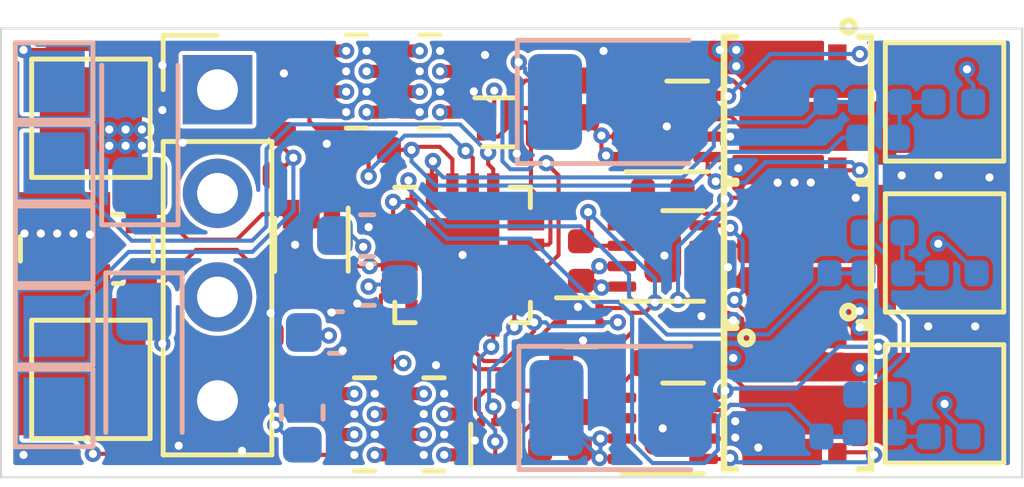
<source format=kicad_pcb>
(kicad_pcb (version 20171130) (host pcbnew "(5.1.4)-1")
  (layers (0 F.Cu signal) (1 In1.Cu signal) (2 In2.Cu signal) (3 In3.Cu signal) (4 In4.Cu signal) (5 In5.Cu signal) (6 In6.Cu signal) (31 B.Cu signal) (34 B.Paste user) (35 F.Paste user) (36 B.SilkS user) (37 F.SilkS user) (38 B.Mask user) (39 F.Mask user) (44 Edge.Cuts user))
  (net 0 "")
  (net 1 GND)
  (net 2 +5V)
  (net 3 +3V3)
  (net 4 +BATT)
  (net 5 "Net-(C10-Pad1)")
  (net 6 "Net-(C10-Pad2)")
  (net 7 "Net-(C19-Pad1)")
  (net 8 "Net-(C19-Pad2)")
  (net 9 vol_sig)
  (net 10 "Net-(C32-Pad2)")
  (net 11 "Net-(C32-Pad1)")
  (net 12 curr_sig)
  (net 13 Ac_ESC_4)
  (net 14 "Net-(Q10-Pad3)")
  (net 15 Ap_ESC_4)
  (net 16 "Net-(Q10-Pad6)")
  (net 17 Bc_ESC_4)
  (net 18 "Net-(Q11-Pad3)")
  (net 19 Bp_ESC_4)
  (net 20 "Net-(Q11-Pad6)")
  (net 21 "Net-(Q12-Pad6)")
  (net 22 Cp_ESC_4)
  (net 23 "Net-(Q12-Pad3)")
  (net 24 Cc_ESC_4)
  (net 25 ESC_4_C2CK)
  (net 26 MA_ESC_4)
  (net 27 "Net-(R16-Pad1)")
  (net 28 COM_ESC_4)
  (net 29 "Net-(R49-Pad4)")
  (net 30 "Net-(R49-Pad3)")
  (net 31 "Net-(R49-Pad2)")
  (net 32 "Net-(R57-Pad2)")
  (net 33 "Net-(R58-Pad2)")
  (net 34 MB_ESC_4)
  (net 35 "Net-(R64-Pad2)")
  (net 36 MC_ESC_4)
  (net 37 ESC_4_TX)
  (net 38 ESC4_RX)
  (net 39 "Net-(U13-Pad1)")
  (net 40 "Net-(U13-Pad5)")
  (net 41 "Net-(U18-Pad8)")
  (net 42 "Net-(U18-Pad5)")
  (net 43 "Net-(U26-Pad8)")
  (net 44 "Net-(U26-Pad5)")
  (module TestPoint:TestPoint_Pad_2.5x2.5mm (layer F.Cu) (at 93.1 90.8)
    (fp_text reference TP4)
    (fp_text value PAD_A_ESC4)
    (pad 1 smd rect (at 0 0) (size 2.5 2.5) (layers F.Cu F.Mask) (net 6 "Net-(C10-Pad2)"))
  )
  (module TestPoint:TestPoint_Pad_2.5x2.5mm (layer F.Cu) (at 93.1 98.2)
    (fp_text reference TP8)
    (fp_text value PAD_B_ESC4)
    (pad 1 smd rect (at 0 0) (size 2.5 2.5) (layers F.Cu F.Mask) (net 8 "Net-(C19-Pad2)"))
  )
  (module TestPoint:TestPoint_Pad_2.5x2.5mm (layer F.Cu) (at 72.2 91.2)
    (fp_text reference TP9)
    (fp_text value BattPad+)
    (pad 1 smd rect (at 0 0) (size 2.5 2.5) (layers F.Cu F.Mask) (net 4 +BATT))
  )
  (module TestPoint:TestPoint_Pad_2.5x2.5mm (layer F.Cu) (at 72.2 97.6)
    (fp_text reference TP10)
    (fp_text value BattPad-)
    (pad 1 smd rect (at 0 0) (size 2.5 2.5) (layers F.Cu F.Mask) (net 29 "Net-(R49-Pad4)"))
  )
  (module TestPoint:TestPoint_Pad_2.5x2.5mm (layer F.Cu) (at 93.1 94.5)
    (fp_text reference TP14)
    (fp_text value PAD_C_ESC4)
    (pad 1 smd rect (at 0 0) (size 2.5 2.5) (layers F.Cu F.Mask) (net 10 "Net-(C32-Pad2)"))
  )
  (module Resistor_SMD:R_0402_1005Metric (layer F.Cu) (at 79.3 96.685 90)
    (fp_text reference R4)
    (fp_text value 1k)
    (pad 2 smd roundrect (at 0.485 0 90) (size 0.59 0.64) (layers F.Cu F.Paste F.Mask) (net 25 ESC_4_C2CK))
    (pad 1 smd roundrect (at -0.485 0 90) (size 0.59 0.64) (layers F.Cu F.Paste F.Mask) (net 3 +3V3))
  )
  (module Resistor_SMD:R_0402_1005Metric (layer F.Cu) (at 83.865 91.175 180)
    (fp_text reference R11)
    (fp_text value 1k)
    (pad 2 smd roundrect (at 0.485 0 180) (size 0.59 0.64) (layers F.Cu F.Paste F.Mask) (net 16 "Net-(Q10-Pad6)"))
    (pad 1 smd roundrect (at -0.485 0 180) (size 0.59 0.64) (layers F.Cu F.Paste F.Mask) (net 2 +5V))
  )
  (module Resistor_SMD:R_0402_1005Metric (layer F.Cu) (at 83.865 90.275 180)
    (fp_text reference R12)
    (fp_text value 1k)
    (pad 2 smd roundrect (at 0.485 0 180) (size 0.59 0.64) (layers F.Cu F.Paste F.Mask) (net 14 "Net-(Q10-Pad3)"))
    (pad 1 smd roundrect (at -0.485 0 180) (size 0.59 0.64) (layers F.Cu F.Paste F.Mask) (net 16 "Net-(Q10-Pad6)"))
  )
  (module Resistor_SMD:R_0402_1005Metric (layer B.Cu) (at 91.515 90.8 180)
    (fp_text reference R16)
    (fp_text value 10k)
    (pad 2 smd roundrect (at 0.485 0 180) (size 0.59 0.64) (layers B.Cu B.Paste B.Mask) (net 26 MA_ESC_4))
    (pad 1 smd roundrect (at -0.485 0 180) (size 0.59 0.64) (layers B.Cu B.Paste B.Mask) (net 27 "Net-(R16-Pad1)"))
  )
  (module Resistor_SMD:R_0402_1005Metric (layer B.Cu) (at 89.7 90.8)
    (fp_text reference R20)
    (fp_text value 1k)
    (pad 2 smd roundrect (at 0.485 0) (size 0.59 0.64) (layers B.Cu B.Paste B.Mask) (net 26 MA_ESC_4))
    (pad 1 smd roundrect (at -0.485 0) (size 0.59 0.64) (layers B.Cu B.Paste B.Mask) (net 1 GND))
  )
  (module Resistor_SMD:R_0402_1005Metric (layer F.Cu) (at 83.685 99.3 180)
    (fp_text reference R29)
    (fp_text value 1k)
    (pad 2 smd roundrect (at 0.485 0 180) (size 0.59 0.64) (layers F.Cu F.Paste F.Mask) (net 20 "Net-(Q11-Pad6)"))
    (pad 1 smd roundrect (at -0.485 0 180) (size 0.59 0.64) (layers F.Cu F.Paste F.Mask) (net 2 +5V))
  )
  (module Resistor_SMD:R_0402_1005Metric (layer F.Cu) (at 83.7 98.4 180)
    (fp_text reference R30)
    (fp_text value 1k)
    (pad 2 smd roundrect (at 0.485 0 180) (size 0.59 0.64) (layers F.Cu F.Paste F.Mask) (net 18 "Net-(Q11-Pad3)"))
    (pad 1 smd roundrect (at -0.485 0 180) (size 0.59 0.64) (layers F.Cu F.Paste F.Mask) (net 20 "Net-(Q11-Pad6)"))
  )
  (module Resistor_SMD:R_0402_1005Metric (layer F.Cu) (at 79.01 91.975 180)
    (fp_text reference R34)
    (fp_text value 1k)
    (pad 2 smd roundrect (at 0.485 0 180) (size 0.59 0.64) (layers F.Cu F.Paste F.Mask) (net 1 GND))
    (pad 1 smd roundrect (at -0.485 0 180) (size 0.59 0.64) (layers F.Cu F.Paste F.Mask) (net 28 COM_ESC_4))
  )
  (module Resistor_SMD:R_0402_1005Metric (layer B.Cu) (at 93.315 90.8 180)
    (fp_text reference R38)
    (fp_text value 0)
    (pad 2 smd roundrect (at 0.485 0 180) (size 0.59 0.64) (layers B.Cu B.Paste B.Mask) (net 27 "Net-(R16-Pad1)"))
    (pad 1 smd roundrect (at -0.485 0 180) (size 0.59 0.64) (layers B.Cu B.Paste B.Mask) (net 6 "Net-(C10-Pad2)"))
  )
  (module Resistor_SMD:R_0402_1005Metric (layer F.Cu) (at 84.2 94.7 90)
    (fp_text reference R45)
    (fp_text value 1k)
    (pad 2 smd roundrect (at 0.485 0 90) (size 0.59 0.64) (layers F.Cu F.Paste F.Mask) (net 21 "Net-(Q12-Pad6)"))
    (pad 1 smd roundrect (at -0.485 0 90) (size 0.59 0.64) (layers F.Cu F.Paste F.Mask) (net 2 +5V))
  )
  (module Resistor_SMD:R_0402_1005Metric (layer F.Cu) (at 84.2 97.2 180)
    (fp_text reference R46)
    (fp_text value 1k)
    (pad 2 smd roundrect (at 0.485 0 180) (size 0.59 0.64) (layers F.Cu F.Paste F.Mask) (net 23 "Net-(Q12-Pad3)"))
    (pad 1 smd roundrect (at -0.485 0 180) (size 0.59 0.64) (layers F.Cu F.Paste F.Mask) (net 21 "Net-(Q12-Pad6)"))
  )
  (module Resistor_SMD:R_0402_1005Metric (layer F.Cu) (at 77.5 97 270)
    (fp_text reference R47)
    (fp_text value 18k)
    (pad 2 smd roundrect (at 0.485 0 270) (size 0.59 0.64) (layers F.Cu F.Paste F.Mask) (net 9 vol_sig))
    (pad 1 smd roundrect (at -0.485 0 270) (size 0.59 0.64) (layers F.Cu F.Paste F.Mask) (net 4 +BATT))
  )
  (module Resistor_SMD:R_0402_1005Metric (layer F.Cu) (at 77.4 98.8 270)
    (fp_text reference R48)
    (fp_text value 1k)
    (pad 2 smd roundrect (at 0.485 0 270) (size 0.59 0.64) (layers F.Cu F.Paste F.Mask) (net 1 GND))
    (pad 1 smd roundrect (at -0.485 0 270) (size 0.59 0.64) (layers F.Cu F.Paste F.Mask) (net 9 vol_sig))
  )
  (module Resistor_SMD:R_0402_1005Metric (layer B.Cu) (at 91.475 91.675)
    (fp_text reference R53)
    (fp_text value 10k)
    (pad 2 smd roundrect (at 0.485 0) (size 0.59 0.64) (layers B.Cu B.Paste B.Mask) (net 27 "Net-(R16-Pad1)"))
    (pad 1 smd roundrect (at -0.485 0) (size 0.59 0.64) (layers B.Cu B.Paste B.Mask) (net 28 COM_ESC_4))
  )
  (module Resistor_SMD:R_0402_1005Metric (layer B.Cu) (at 93.2 99 180)
    (fp_text reference R57)
    (fp_text value 0)
    (pad 2 smd roundrect (at 0.485 0 180) (size 0.59 0.64) (layers B.Cu B.Paste B.Mask) (net 32 "Net-(R57-Pad2)"))
    (pad 1 smd roundrect (at -0.485 0 180) (size 0.59 0.64) (layers B.Cu B.Paste B.Mask) (net 8 "Net-(C19-Pad2)"))
  )
  (module Resistor_SMD:R_0402_1005Metric (layer F.Cu) (at 77.185 92.6)
    (fp_text reference R58)
    (fp_text value 1k)
    (pad 2 smd roundrect (at 0.485 0) (size 0.59 0.64) (layers F.Cu F.Paste F.Mask) (net 33 "Net-(R58-Pad2)"))
    (pad 1 smd roundrect (at -0.485 0) (size 0.59 0.64) (layers F.Cu F.Paste F.Mask) (net 12 curr_sig))
  )
  (module Resistor_SMD:R_0402_1005Metric (layer B.Cu) (at 91.385 98.9 180)
    (fp_text reference R61)
    (fp_text value 10k)
    (pad 2 smd roundrect (at 0.485 0 180) (size 0.59 0.64) (layers B.Cu B.Paste B.Mask) (net 34 MB_ESC_4))
    (pad 1 smd roundrect (at -0.485 0 180) (size 0.59 0.64) (layers B.Cu B.Paste B.Mask) (net 32 "Net-(R57-Pad2)"))
  )
  (module Resistor_SMD:R_0402_1005Metric (layer B.Cu) (at 89.6 99)
    (fp_text reference R62)
    (fp_text value 1k)
    (pad 2 smd roundrect (at 0.485 0) (size 0.59 0.64) (layers B.Cu B.Paste B.Mask) (net 34 MB_ESC_4))
    (pad 1 smd roundrect (at -0.485 0) (size 0.59 0.64) (layers B.Cu B.Paste B.Mask) (net 1 GND))
  )
  (module Resistor_SMD:R_0402_1005Metric (layer B.Cu) (at 91.4 97.975)
    (fp_text reference R63)
    (fp_text value 10k)
    (pad 2 smd roundrect (at 0.485 0) (size 0.59 0.64) (layers B.Cu B.Paste B.Mask) (net 32 "Net-(R57-Pad2)"))
    (pad 1 smd roundrect (at -0.485 0) (size 0.59 0.64) (layers B.Cu B.Paste B.Mask) (net 28 COM_ESC_4))
  )
  (module Resistor_SMD:R_0402_1005Metric (layer B.Cu) (at 93.4 95 180)
    (fp_text reference R64)
    (fp_text value 0)
    (pad 2 smd roundrect (at 0.485 0 180) (size 0.59 0.64) (layers B.Cu B.Paste B.Mask) (net 35 "Net-(R64-Pad2)"))
    (pad 1 smd roundrect (at -0.485 0 180) (size 0.59 0.64) (layers B.Cu B.Paste B.Mask) (net 10 "Net-(C32-Pad2)"))
  )
  (module Resistor_SMD:R_0402_1005Metric (layer B.Cu) (at 91.6 95 180)
    (fp_text reference R65)
    (fp_text value 10k)
    (pad 2 smd roundrect (at 0.485 0 180) (size 0.59 0.64) (layers B.Cu B.Paste B.Mask) (net 36 MC_ESC_4))
    (pad 1 smd roundrect (at -0.485 0 180) (size 0.59 0.64) (layers B.Cu B.Paste B.Mask) (net 35 "Net-(R64-Pad2)"))
  )
  (module Resistor_SMD:R_0402_1005Metric (layer B.Cu) (at 89.8 95)
    (fp_text reference R66)
    (fp_text value 1k)
    (pad 2 smd roundrect (at 0.485 0) (size 0.59 0.64) (layers B.Cu B.Paste B.Mask) (net 36 MC_ESC_4))
    (pad 1 smd roundrect (at -0.485 0) (size 0.59 0.64) (layers B.Cu B.Paste B.Mask) (net 1 GND))
  )
  (module Resistor_SMD:R_0402_1005Metric (layer B.Cu) (at 91.585 94)
    (fp_text reference R67)
    (fp_text value 10k)
    (pad 2 smd roundrect (at 0.485 0) (size 0.59 0.64) (layers B.Cu B.Paste B.Mask) (net 35 "Net-(R64-Pad2)"))
    (pad 1 smd roundrect (at -0.485 0) (size 0.59 0.64) (layers B.Cu B.Paste B.Mask) (net 28 COM_ESC_4))
  )
  (module Capacitor_SMD:C_0402_1005Metric (layer F.Cu) (at 86.285 89.9)
    (fp_text reference C10)
    (fp_text value 100nF)
    (pad 2 smd roundrect (at 0.485 0) (size 0.59 0.64) (layers F.Cu F.Paste F.Mask) (net 6 "Net-(C10-Pad2)"))
    (pad 1 smd roundrect (at -0.485 0) (size 0.59 0.64) (layers F.Cu F.Paste F.Mask) (net 5 "Net-(C10-Pad1)"))
  )
  (module Capacitor_SMD:C_0402_1005Metric (layer F.Cu) (at 86.2 97.2)
    (fp_text reference C19)
    (fp_text value 100nF)
    (pad 2 smd roundrect (at 0.485 0) (size 0.59 0.64) (layers F.Cu F.Paste F.Mask) (net 8 "Net-(C19-Pad2)"))
    (pad 1 smd roundrect (at -0.485 0) (size 0.59 0.64) (layers F.Cu F.Paste F.Mask) (net 7 "Net-(C19-Pad1)"))
  )
  (module Capacitor_SMD:C_0402_1005Metric (layer F.Cu) (at 76.6 97 90)
    (fp_text reference C28)
    (fp_text value 100nF)
    (pad 2 smd roundrect (at 0.485 0 90) (size 0.59 0.64) (layers F.Cu F.Paste F.Mask) (net 1 GND))
    (pad 1 smd roundrect (at -0.485 0 90) (size 0.59 0.64) (layers F.Cu F.Paste F.Mask) (net 9 vol_sig))
  )
  (module Capacitor_SMD:C_0402_1005Metric (layer F.Cu) (at 86.2 93)
    (fp_text reference C32)
    (fp_text value 100nF)
    (pad 2 smd roundrect (at 0.485 0) (size 0.59 0.64) (layers F.Cu F.Paste F.Mask) (net 10 "Net-(C32-Pad2)"))
    (pad 1 smd roundrect (at -0.485 0) (size 0.59 0.64) (layers F.Cu F.Paste F.Mask) (net 11 "Net-(C32-Pad1)"))
  )
  (module Capacitor_SMD:C_0402_1005Metric (layer F.Cu) (at 76.9 91.1 90)
    (fp_text reference C33)
    (fp_text value 100nF)
    (pad 2 smd roundrect (at 0.485 0 90) (size 0.59 0.64) (layers F.Cu F.Paste F.Mask) (net 1 GND))
    (pad 1 smd roundrect (at -0.485 0 90) (size 0.59 0.64) (layers F.Cu F.Paste F.Mask) (net 12 curr_sig))
  )
  (module Package_TO_SOT_SMD:SOT-963 (layer F.Cu) (at 82.1 99.1 90)
    (fp_text reference Q11)
    (fp_text value DMN2990UDJ-7)
    (pad 1 smd rect (at -0.45 -0.35 90) (size 0.2 0.2) (layers F.Cu F.Paste F.Mask) (net 1 GND))
    (pad 2 smd rect (at -0.45 0 90) (size 0.2 0.2) (layers F.Cu F.Paste F.Mask) (net 17 Bc_ESC_4))
    (pad 3 smd rect (at -0.45 0.35 90) (size 0.2 0.2) (layers F.Cu F.Paste F.Mask) (net 18 "Net-(Q11-Pad3)"))
    (pad 4 smd rect (at 0.45 0.35 90) (size 0.2 0.2) (layers F.Cu F.Paste F.Mask) (net 1 GND))
    (pad 5 smd rect (at 0.45 0 90) (size 0.2 0.2) (layers F.Cu F.Paste F.Mask) (net 19 Bp_ESC_4))
    (pad 6 smd rect (at 0.45 -0.35 90) (size 0.2 0.2) (layers F.Cu F.Paste F.Mask) (net 20 "Net-(Q11-Pad6)"))
  )
  (module Capacitor_Tantalum_SMD:CP_EIA-3528-15_AVX-H (layer B.Cu) (at 85.1375 98.3)
    (fp_text reference C12)
    (fp_text value 220µF)
    (pad 1 smd roundrect (at -1.5375 0) (size 1.325 2.35) (layers B.Cu B.Paste B.Mask) (roundrect_rratio 0.188679) (net 2 +5V))
    (pad 2 smd roundrect (at 1.5375 0) (size 1.325 2.35) (layers B.Cu B.Paste B.Mask) (roundrect_rratio 0.188679) (net 1 GND))
  )
  (module Capacitor_Tantalum_SMD:CP_EIA-3528-15_AVX-H (layer B.Cu) (at 85.1 90.8)
    (fp_text reference C13)
    (fp_text value 220µF)
    (pad 2 smd roundrect (at 1.5375 0) (size 1.325 2.35) (layers B.Cu B.Paste B.Mask) (roundrect_rratio 0.188679) (net 1 GND))
    (pad 1 smd roundrect (at -1.5375 0) (size 1.325 2.35) (layers B.Cu B.Paste B.Mask) (roundrect_rratio 0.188679) (net 3 +3V3))
  )
  (module ultimateFC:C_AVX_Super_Low_ESL (layer F.Cu) (at 79 98.7 180)
    (fp_text reference C14)
    (fp_text value 1µF)
    (pad 2 smd rect (at 0.6 0.25 180) (size 0.5 0.32) (layers F.Cu F.Paste F.Mask) (net 1 GND))
    (pad 1 smd rect (at -0.4 -0.75 180) (size 0.5 0.32) (layers F.Cu F.Paste F.Mask) (net 2 +5V))
    (pad 2 smd rect (at -0.4 0.75 180) (size 0.5 0.32) (layers F.Cu F.Paste F.Mask) (net 1 GND))
    (pad 1 smd rect (at -0.4 0.25 180) (size 0.5 0.32) (layers F.Cu F.Paste F.Mask) (net 2 +5V))
    (pad 1 smd rect (at 0.6 -0.25 180) (size 0.5 0.32) (layers F.Cu F.Paste F.Mask) (net 2 +5V))
    (pad 2 smd rect (at -0.4 -0.25 180) (size 0.5 0.32) (layers F.Cu F.Paste F.Mask) (net 1 GND))
    (pad 2 smd rect (at 0.6 -0.75 180) (size 0.5 0.32) (layers F.Cu F.Paste F.Mask) (net 1 GND))
    (pad 1 smd rect (at 0.6 0.75 180) (size 0.5 0.32) (layers F.Cu F.Paste F.Mask) (net 2 +5V))
  )
  (module ultimateFC:C_AVX_Super_Low_ESL (layer F.Cu) (at 78.6 90.3)
    (fp_text reference C15)
    (fp_text value 1µF)
    (pad 2 smd rect (at 0.6 0.25) (size 0.5 0.32) (layers F.Cu F.Paste F.Mask) (net 1 GND))
    (pad 1 smd rect (at -0.4 -0.75) (size 0.5 0.32) (layers F.Cu F.Paste F.Mask) (net 3 +3V3))
    (pad 2 smd rect (at -0.4 0.75) (size 0.5 0.32) (layers F.Cu F.Paste F.Mask) (net 1 GND))
    (pad 1 smd rect (at -0.4 0.25) (size 0.5 0.32) (layers F.Cu F.Paste F.Mask) (net 3 +3V3))
    (pad 1 smd rect (at 0.6 -0.25) (size 0.5 0.32) (layers F.Cu F.Paste F.Mask) (net 3 +3V3))
    (pad 2 smd rect (at -0.4 -0.25) (size 0.5 0.32) (layers F.Cu F.Paste F.Mask) (net 1 GND))
    (pad 2 smd rect (at 0.6 -0.75) (size 0.5 0.32) (layers F.Cu F.Paste F.Mask) (net 1 GND))
    (pad 1 smd rect (at 0.6 0.75) (size 0.5 0.32) (layers F.Cu F.Paste F.Mask) (net 3 +3V3))
  )
  (module ultimateFC:C_AVX_Super_Low_ESL (layer F.Cu) (at 80.7 98.7 180)
    (fp_text reference C20)
    (fp_text value 1µF)
    (pad 1 smd rect (at 0.6 0.75 180) (size 0.5 0.32) (layers F.Cu F.Paste F.Mask) (net 2 +5V))
    (pad 2 smd rect (at 0.6 -0.75 180) (size 0.5 0.32) (layers F.Cu F.Paste F.Mask) (net 1 GND))
    (pad 2 smd rect (at -0.4 -0.25 180) (size 0.5 0.32) (layers F.Cu F.Paste F.Mask) (net 1 GND))
    (pad 1 smd rect (at 0.6 -0.25 180) (size 0.5 0.32) (layers F.Cu F.Paste F.Mask) (net 2 +5V))
    (pad 1 smd rect (at -0.4 0.25 180) (size 0.5 0.32) (layers F.Cu F.Paste F.Mask) (net 2 +5V))
    (pad 2 smd rect (at -0.4 0.75 180) (size 0.5 0.32) (layers F.Cu F.Paste F.Mask) (net 1 GND))
    (pad 1 smd rect (at -0.4 -0.75 180) (size 0.5 0.32) (layers F.Cu F.Paste F.Mask) (net 2 +5V))
    (pad 2 smd rect (at 0.6 0.25 180) (size 0.5 0.32) (layers F.Cu F.Paste F.Mask) (net 1 GND))
  )
  (module ultimateFC:C_AVX_Super_Low_ESL (layer F.Cu) (at 80.6 90.3 180)
    (fp_text reference C21)
    (fp_text value 1µF)
    (pad 1 smd rect (at 0.6 0.75 180) (size 0.5 0.32) (layers F.Cu F.Paste F.Mask) (net 3 +3V3))
    (pad 2 smd rect (at 0.6 -0.75 180) (size 0.5 0.32) (layers F.Cu F.Paste F.Mask) (net 1 GND))
    (pad 2 smd rect (at -0.4 -0.25 180) (size 0.5 0.32) (layers F.Cu F.Paste F.Mask) (net 1 GND))
    (pad 1 smd rect (at 0.6 -0.25 180) (size 0.5 0.32) (layers F.Cu F.Paste F.Mask) (net 3 +3V3))
    (pad 1 smd rect (at -0.4 0.25 180) (size 0.5 0.32) (layers F.Cu F.Paste F.Mask) (net 3 +3V3))
    (pad 2 smd rect (at -0.4 0.75 180) (size 0.5 0.32) (layers F.Cu F.Paste F.Mask) (net 1 GND))
    (pad 1 smd rect (at -0.4 -0.75 180) (size 0.5 0.32) (layers F.Cu F.Paste F.Mask) (net 3 +3V3))
    (pad 2 smd rect (at 0.6 0.25 180) (size 0.5 0.32) (layers F.Cu F.Paste F.Mask) (net 1 GND))
  )
  (module Capacitor_SMD:C_0603_1608Metric (layer B.Cu) (at 78.2 96.45)
    (fp_text reference C22)
    (fp_text value 10µF)
    (pad 1 smd roundrect (at -0.7875 0) (size 0.875 0.95) (layers B.Cu B.Paste B.Mask) (net 4 +BATT))
    (pad 2 smd roundrect (at 0.7875 0) (size 0.875 0.95) (layers B.Cu B.Paste B.Mask) (net 1 GND))
  )
  (module Capacitor_SMD:C_0603_1608Metric (layer B.Cu) (at 77.375 98.4125 90)
    (fp_text reference C23)
    (fp_text value 10µF)
    (pad 1 smd roundrect (at -0.7875 0 90) (size 0.875 0.95) (layers B.Cu B.Paste B.Mask) (net 4 +BATT))
    (pad 2 smd roundrect (at 0.7875 0 90) (size 0.875 0.95) (layers B.Cu B.Paste B.Mask) (net 1 GND))
  )
  (module Capacitor_SMD:C_0603_1608Metric (layer B.Cu) (at 78.975 95.275 180)
    (fp_text reference C24)
    (fp_text value 10µF)
    (pad 2 smd roundrect (at 0.7875 0 180) (size 0.875 0.95) (layers B.Cu B.Paste B.Mask) (net 1 GND))
    (pad 1 smd roundrect (at -0.7875 0 180) (size 0.875 0.95) (layers B.Cu B.Paste B.Mask) (net 4 +BATT))
  )
  (module Capacitor_SMD:C_0603_1608Metric (layer B.Cu) (at 78.9625 94.075)
    (fp_text reference C25)
    (fp_text value 10µF)
    (pad 1 smd roundrect (at -0.7875 0) (size 0.875 0.95) (layers B.Cu B.Paste B.Mask) (net 4 +BATT))
    (pad 2 smd roundrect (at 0.7875 0) (size 0.875 0.95) (layers B.Cu B.Paste B.Mask) (net 1 GND))
  )
  (module Capacitor_Tantalum_SMD:CP_EIA-3216-18_Kemet-A (layer B.Cu) (at 73.4 91.5 90)
    (fp_text reference C26)
    (fp_text value 10µF)
    (pad 1 smd roundrect (at -1.35 0 90) (size 1.4 1.35) (layers B.Cu B.Paste B.Mask) (roundrect_rratio 0.185185) (net 4 +BATT))
    (pad 2 smd roundrect (at 1.35 0 90) (size 1.4 1.35) (layers B.Cu B.Paste B.Mask) (roundrect_rratio 0.185185) (net 1 GND))
  )
  (module Capacitor_Tantalum_SMD:CP_EIA-3216-18_Kemet-A (layer B.Cu) (at 73.5 97.3 270)
    (fp_text reference C27)
    (fp_text value 10µF)
    (pad 2 smd roundrect (at 1.35 0 270) (size 1.4 1.35) (layers B.Cu B.Paste B.Mask) (roundrect_rratio 0.185185) (net 1 GND))
    (pad 1 smd roundrect (at -1.35 0 270) (size 1.4 1.35) (layers B.Cu B.Paste B.Mask) (roundrect_rratio 0.185185) (net 4 +BATT))
  )
  (module Connector_PinHeader_2.54mm:PinHeader_1x04_P2.54mm_Vertical (layer F.Cu) (at 75.3 90.5)
    (fp_text reference J1)
    (fp_text value Conn_01x04_Male)
    (pad 1 thru_hole rect (at 0 0) (size 1.7 1.7) (drill 1) (layers *.Cu *.Mask) (net 4 +BATT))
    (pad 2 thru_hole oval (at 0 2.54) (size 1.7 1.7) (drill 1) (layers *.Cu *.Mask) (net 2 +5V))
    (pad 3 thru_hole oval (at 0 5.08) (size 1.7 1.7) (drill 1) (layers *.Cu *.Mask) (net 3 +3V3))
    (pad 4 thru_hole oval (at 0 7.62) (size 1.7 1.7) (drill 1) (layers *.Cu *.Mask) (net 1 GND))
  )
  (module Package_TO_SOT_SMD:SOT-963 (layer F.Cu) (at 82.2 91.3)
    (fp_text reference Q10)
    (fp_text value DMN2990UDJ-7)
    (pad 1 smd rect (at -0.45 -0.35) (size 0.2 0.2) (layers F.Cu F.Paste F.Mask) (net 1 GND))
    (pad 2 smd rect (at -0.45 0) (size 0.2 0.2) (layers F.Cu F.Paste F.Mask) (net 13 Ac_ESC_4))
    (pad 3 smd rect (at -0.45 0.35) (size 0.2 0.2) (layers F.Cu F.Paste F.Mask) (net 14 "Net-(Q10-Pad3)"))
    (pad 4 smd rect (at 0.45 0.35) (size 0.2 0.2) (layers F.Cu F.Paste F.Mask) (net 1 GND))
    (pad 5 smd rect (at 0.45 0) (size 0.2 0.2) (layers F.Cu F.Paste F.Mask) (net 15 Ap_ESC_4))
    (pad 6 smd rect (at 0.45 -0.35) (size 0.2 0.2) (layers F.Cu F.Paste F.Mask) (net 16 "Net-(Q10-Pad6)"))
  )
  (module Package_TO_SOT_SMD:SOT-963 (layer F.Cu) (at 84.2 96.2)
    (fp_text reference Q12)
    (fp_text value DMN2990UDJ-7)
    (pad 6 smd rect (at 0.45 -0.35) (size 0.2 0.2) (layers F.Cu F.Paste F.Mask) (net 21 "Net-(Q12-Pad6)"))
    (pad 5 smd rect (at 0.45 0) (size 0.2 0.2) (layers F.Cu F.Paste F.Mask) (net 22 Cp_ESC_4))
    (pad 4 smd rect (at 0.45 0.35) (size 0.2 0.2) (layers F.Cu F.Paste F.Mask) (net 1 GND))
    (pad 3 smd rect (at -0.45 0.35) (size 0.2 0.2) (layers F.Cu F.Paste F.Mask) (net 23 "Net-(Q12-Pad3)"))
    (pad 2 smd rect (at -0.45 0) (size 0.2 0.2) (layers F.Cu F.Paste F.Mask) (net 24 Cc_ESC_4))
    (pad 1 smd rect (at -0.45 -0.35) (size 0.2 0.2) (layers F.Cu F.Paste F.Mask) (net 1 GND))
  )
  (module Resistor_SMD:R_Shunt_Vishay_WSKW0612 (layer F.Cu) (at 72.1 94.4)
    (fp_text reference R49)
    (fp_text value 500µR)
    (pad 1 smd rect (at -0.572 -0.885) (size 2.287 1.01) (layers F.Cu F.Paste F.Mask) (net 1 GND))
    (pad 4 smd rect (at -0.5715 0.885) (size 2.287 1.01) (layers F.Cu F.Paste F.Mask) (net 29 "Net-(R49-Pad4)"))
    (pad 3 smd rect (at 1.334 0.885) (size 0.762 1.01) (layers F.Cu F.Paste F.Mask) (net 30 "Net-(R49-Pad3)"))
    (pad 2 smd rect (at 1.334 -0.885) (size 0.762 1.01) (layers F.Cu F.Paste F.Mask) (net 31 "Net-(R49-Pad2)"))
  )
  (module Package_DFN_QFN:SiliconLabs_QFN-20-1EP_3x3mm_P0.5mm (layer F.Cu) (at 81.3 94.55)
    (fp_text reference U4)
    (fp_text value EFM8BB21F16G-C-QFN20R)
    (pad 21 smd rect (at 0 0) (size 1.8 1.8) (layers F.Cu F.Mask) (net 1 GND))
    (pad 20 smd rect (at -0.75 -1.55 90) (size 0.9 0.3) (layers F.Cu F.Paste F.Mask) (net 26 MA_ESC_4))
    (pad 19 smd rect (at -0.25 -1.55 90) (size 0.9 0.3) (layers F.Cu F.Paste F.Mask) (net 28 COM_ESC_4))
    (pad 18 smd rect (at 0.25 -1.55 90) (size 0.9 0.3) (layers F.Cu F.Paste F.Mask) (net 37 ESC_4_TX))
    (pad 17 smd rect (at 0.75 -1.55 90) (size 0.9 0.3) (layers F.Cu F.Paste F.Mask) (net 38 ESC4_RX))
    (pad 16 smd rect (at 1.25 -1.25) (size 0.3 0.3) (layers F.Cu F.Paste F.Mask))
    (pad 15 smd rect (at 1.55 -0.75) (size 0.9 0.3) (layers F.Cu F.Paste F.Mask))
    (pad 14 smd rect (at 1.55 -0.25) (size 0.9 0.3) (layers F.Cu F.Paste F.Mask) (net 15 Ap_ESC_4))
    (pad 13 smd rect (at 1.55 0.25) (size 0.9 0.3) (layers F.Cu F.Paste F.Mask) (net 13 Ac_ESC_4))
    (pad 12 smd rect (at 1.55 0.75) (size 0.9 0.3) (layers F.Cu F.Paste F.Mask) (net 1 GND))
    (pad 11 smd rect (at 1.25 1.25) (size 0.3 0.3) (layers F.Cu F.Paste F.Mask) (net 19 Bp_ESC_4))
    (pad 10 smd rect (at 0.75 1.55 90) (size 0.9 0.3) (layers F.Cu F.Paste F.Mask) (net 17 Bc_ESC_4))
    (pad 9 smd rect (at 0.25 1.55 90) (size 0.9 0.3) (layers F.Cu F.Paste F.Mask) (net 22 Cp_ESC_4))
    (pad 8 smd rect (at -0.25 1.55 90) (size 0.9 0.3) (layers F.Cu F.Paste F.Mask) (net 24 Cc_ESC_4))
    (pad 7 smd rect (at -0.75 1.55 90) (size 0.9 0.3) (layers F.Cu F.Paste F.Mask))
    (pad 6 smd rect (at -1.25 1.25) (size 0.3 0.3) (layers F.Cu F.Paste F.Mask))
    (pad 5 smd rect (at -1.55 0.75) (size 0.9 0.3) (layers F.Cu F.Paste F.Mask) (net 25 ESC_4_C2CK))
    (pad 4 smd rect (at -1.55 0.25) (size 0.9 0.3) (layers F.Cu F.Paste F.Mask) (net 3 +3V3))
    (pad 3 smd rect (at -1.55 -0.25) (size 0.9 0.3) (layers F.Cu F.Paste F.Mask) (net 1 GND))
    (pad 2 smd rect (at -1.55 -0.75) (size 0.9 0.3) (layers F.Cu F.Paste F.Mask) (net 34 MB_ESC_4))
    (pad 1 smd rect (at -1.25 -1.25) (size 0.3 0.3) (layers F.Cu F.Paste F.Mask) (net 36 MC_ESC_4))
  )
  (module Package_DFN_QFN:DFN-8-1EP_2x2mm_P0.5mm_EP0.9x1.3mm (layer F.Cu) (at 86.3 91.4)
    (fp_text reference U9)
    (fp_text value NCP81253MNTBG)
    (pad 8 smd roundrect (at 1 -0.75) (size 0.7 0.25) (layers F.Cu F.Paste F.Mask) (net 39 "Net-(U13-Pad1)"))
    (pad 7 smd roundrect (at 1 -0.25) (size 0.7 0.25) (layers F.Cu F.Paste F.Mask) (net 6 "Net-(C10-Pad2)"))
    (pad 6 smd roundrect (at 1 0.25) (size 0.7 0.25) (layers F.Cu F.Paste F.Mask) (net 1 GND))
    (pad 5 smd roundrect (at 1 0.75) (size 0.7 0.25) (layers F.Cu F.Paste F.Mask) (net 40 "Net-(U13-Pad5)"))
    (pad 4 smd roundrect (at -1 0.75) (size 0.7 0.25) (layers F.Cu F.Paste F.Mask) (net 2 +5V))
    (pad 3 smd roundrect (at -1 0.25) (size 0.7 0.25) (layers F.Cu F.Paste F.Mask) (net 2 +5V))
    (pad 2 smd roundrect (at -1 -0.25) (size 0.7 0.25) (layers F.Cu F.Paste F.Mask) (net 16 "Net-(Q10-Pad6)"))
    (pad 1 smd roundrect (at -1 -0.75) (size 0.7 0.25) (layers F.Cu F.Paste F.Mask) (net 5 "Net-(C10-Pad1)"))
    (pad 9 smd roundrect (at 0 0) (size 0.9 1.3) (layers F.Cu F.Mask) (net 1 GND))
  )
  (module ultimateFC:PowerPAIR3x3 (layer F.Cu) (at 89.5 91 180)
    (fp_text reference U13)
    (fp_text value SIZ322DT-T1-GE3)
    (pad 5 smd rect (at -0.975 -1.386 180) (size 0.45 0.45) (layers F.Cu F.Paste F.Mask) (net 40 "Net-(U13-Pad5)"))
    (pad 4 smd rect (at -0.325 -1.386 180) (size 0.45 0.45) (layers F.Cu F.Paste F.Mask) (net 1 GND))
    (pad 4 smd rect (at 0.325 -1.386 180) (size 0.45 0.45) (layers F.Cu F.Paste F.Mask) (net 1 GND))
    (pad 4 smd rect (at 0.975 -1.386 180) (size 0.45 0.45) (layers F.Cu F.Paste F.Mask) (net 1 GND))
    (pad 3 smd rect (at 0 -0.434 180) (size 2.4 1.036) (layers F.Cu F.Paste F.Mask) (net 6 "Net-(C10-Pad2)"))
    (pad 2 smd rect (at 0 0.671 180) (size 2.4 0.562) (layers F.Cu F.Paste F.Mask) (net 4 +BATT))
    (pad 2 smd rect (at 0.975 1.386 180) (size 0.45 0.45) (layers F.Cu F.Paste F.Mask) (net 4 +BATT))
    (pad 2 smd rect (at 0.325 1.386 180) (size 0.45 0.45) (layers F.Cu F.Paste F.Mask) (net 4 +BATT))
    (pad 2 smd rect (at -0.325 1.386 180) (size 0.45 0.45) (layers F.Cu F.Paste F.Mask) (net 4 +BATT))
    (pad 1 smd rect (at -0.975 1.386 180) (size 0.45 0.45) (layers F.Cu F.Paste F.Mask) (net 39 "Net-(U13-Pad1)"))
  )
  (module Package_DFN_QFN:DFN-8-1EP_2x2mm_P0.5mm_EP0.9x1.3mm (layer F.Cu) (at 86.2 98.8)
    (fp_text reference U18)
    (fp_text value NCP81253MNTBG)
    (pad 8 smd roundrect (at 1 -0.75) (size 0.7 0.25) (layers F.Cu F.Paste F.Mask) (net 41 "Net-(U18-Pad8)"))
    (pad 7 smd roundrect (at 1 -0.25) (size 0.7 0.25) (layers F.Cu F.Paste F.Mask) (net 8 "Net-(C19-Pad2)"))
    (pad 6 smd roundrect (at 1 0.25) (size 0.7 0.25) (layers F.Cu F.Paste F.Mask) (net 1 GND))
    (pad 5 smd roundrect (at 1 0.75) (size 0.7 0.25) (layers F.Cu F.Paste F.Mask) (net 42 "Net-(U18-Pad5)"))
    (pad 4 smd roundrect (at -1 0.75) (size 0.7 0.25) (layers F.Cu F.Paste F.Mask) (net 2 +5V))
    (pad 3 smd roundrect (at -1 0.25) (size 0.7 0.25) (layers F.Cu F.Paste F.Mask) (net 2 +5V))
    (pad 2 smd roundrect (at -1 -0.25) (size 0.7 0.25) (layers F.Cu F.Paste F.Mask) (net 20 "Net-(Q11-Pad6)"))
    (pad 1 smd roundrect (at -1 -0.75) (size 0.7 0.25) (layers F.Cu F.Paste F.Mask) (net 7 "Net-(C19-Pad1)"))
    (pad 9 smd roundrect (at 0 0) (size 0.9 1.3) (layers F.Cu F.Mask) (net 1 GND))
  )
  (module ultimateFC:PowerPAIR3x3 (layer F.Cu) (at 89.5 98 180)
    (fp_text reference U22)
    (fp_text value SIZ322DT-T1-GE3)
    (pad 5 smd rect (at -0.975 -1.386 180) (size 0.45 0.45) (layers F.Cu F.Paste F.Mask) (net 42 "Net-(U18-Pad5)"))
    (pad 4 smd rect (at -0.325 -1.386 180) (size 0.45 0.45) (layers F.Cu F.Paste F.Mask) (net 1 GND))
    (pad 4 smd rect (at 0.325 -1.386 180) (size 0.45 0.45) (layers F.Cu F.Paste F.Mask) (net 1 GND))
    (pad 4 smd rect (at 0.975 -1.386 180) (size 0.45 0.45) (layers F.Cu F.Paste F.Mask) (net 1 GND))
    (pad 3 smd rect (at 0 -0.434 180) (size 2.4 1.036) (layers F.Cu F.Paste F.Mask) (net 8 "Net-(C19-Pad2)"))
    (pad 2 smd rect (at 0 0.671 180) (size 2.4 0.562) (layers F.Cu F.Paste F.Mask) (net 4 +BATT))
    (pad 2 smd rect (at 0.975 1.386 180) (size 0.45 0.45) (layers F.Cu F.Paste F.Mask) (net 4 +BATT))
    (pad 2 smd rect (at 0.325 1.386 180) (size 0.45 0.45) (layers F.Cu F.Paste F.Mask) (net 4 +BATT))
    (pad 2 smd rect (at -0.325 1.386 180) (size 0.45 0.45) (layers F.Cu F.Paste F.Mask) (net 4 +BATT))
    (pad 1 smd rect (at -0.975 1.386 180) (size 0.45 0.45) (layers F.Cu F.Paste F.Mask) (net 41 "Net-(U18-Pad8)"))
  )
  (module Package_DFN_QFN:DFN-8-1EP_2x2mm_P0.5mm_EP0.9x1.3mm (layer F.Cu) (at 86.2 94.575)
    (fp_text reference U26)
    (fp_text value NCP81253MNTBG)
    (pad 8 smd roundrect (at 1 -0.75) (size 0.7 0.25) (layers F.Cu F.Paste F.Mask) (net 43 "Net-(U26-Pad8)"))
    (pad 7 smd roundrect (at 1 -0.25) (size 0.7 0.25) (layers F.Cu F.Paste F.Mask) (net 10 "Net-(C32-Pad2)"))
    (pad 6 smd roundrect (at 1 0.25) (size 0.7 0.25) (layers F.Cu F.Paste F.Mask) (net 1 GND))
    (pad 5 smd roundrect (at 1 0.75) (size 0.7 0.25) (layers F.Cu F.Paste F.Mask) (net 44 "Net-(U26-Pad5)"))
    (pad 4 smd roundrect (at -1 0.75) (size 0.7 0.25) (layers F.Cu F.Paste F.Mask) (net 2 +5V))
    (pad 3 smd roundrect (at -1 0.25) (size 0.7 0.25) (layers F.Cu F.Paste F.Mask) (net 2 +5V))
    (pad 2 smd roundrect (at -1 -0.25) (size 0.7 0.25) (layers F.Cu F.Paste F.Mask) (net 21 "Net-(Q12-Pad6)"))
    (pad 1 smd roundrect (at -1 -0.75) (size 0.7 0.25) (layers F.Cu F.Paste F.Mask) (net 11 "Net-(C32-Pad1)"))
    (pad 9 smd roundrect (at 0 0) (size 0.9 1.3) (layers F.Cu F.Mask) (net 1 GND))
  )
  (module ultimateFC:PowerPAIR3x3 (layer F.Cu) (at 89.5 94.534)
    (fp_text reference U30)
    (fp_text value SIZ322DT-T1-GE3)
    (pad 5 smd rect (at -0.975 -1.386) (size 0.45 0.45) (layers F.Cu F.Paste F.Mask) (net 44 "Net-(U26-Pad5)"))
    (pad 4 smd rect (at -0.325 -1.386) (size 0.45 0.45) (layers F.Cu F.Paste F.Mask) (net 1 GND))
    (pad 4 smd rect (at 0.325 -1.386) (size 0.45 0.45) (layers F.Cu F.Paste F.Mask) (net 1 GND))
    (pad 4 smd rect (at 0.975 -1.386) (size 0.45 0.45) (layers F.Cu F.Paste F.Mask) (net 1 GND))
    (pad 3 smd rect (at 0 -0.434) (size 2.4 1.036) (layers F.Cu F.Paste F.Mask) (net 10 "Net-(C32-Pad2)"))
    (pad 2 smd rect (at 0 0.671) (size 2.4 0.562) (layers F.Cu F.Paste F.Mask) (net 4 +BATT))
    (pad 2 smd rect (at 0.975 1.386) (size 0.45 0.45) (layers F.Cu F.Paste F.Mask) (net 4 +BATT))
    (pad 2 smd rect (at 0.325 1.386) (size 0.45 0.45) (layers F.Cu F.Paste F.Mask) (net 4 +BATT))
    (pad 2 smd rect (at -0.325 1.386) (size 0.45 0.45) (layers F.Cu F.Paste F.Mask) (net 4 +BATT))
    (pad 1 smd rect (at -0.975 1.386) (size 0.45 0.45) (layers F.Cu F.Paste F.Mask) (net 43 "Net-(U26-Pad8)"))
  )
  (module Package_TO_SOT_SMD:SOT-563 (layer F.Cu) (at 77.6 94.3 270)
    (fp_text reference U31)
    (fp_text value INA185A2IDRLR)
    (pad 1 smd rect (at -0.75 -0.5 270) (size 0.7 0.4) (layers F.Cu F.Paste F.Mask) (net 33 "Net-(R58-Pad2)"))
    (pad 3 smd rect (at -0.75 0.5 270) (size 0.7 0.4) (layers F.Cu F.Paste F.Mask) (net 31 "Net-(R49-Pad2)"))
    (pad 6 smd rect (at 0.75 -0.5 270) (size 0.7 0.4) (layers F.Cu F.Paste F.Mask) (net 3 +3V3))
    (pad 2 smd rect (at -0.75 0 270) (size 0.7 0.4) (layers F.Cu F.Paste F.Mask) (net 1 GND))
    (pad 4 smd rect (at 0.75 0.5 270) (size 0.7 0.4) (layers F.Cu F.Paste F.Mask) (net 30 "Net-(R49-Pad3)"))
    (pad 5 smd rect (at 0.75 0 270) (size 0.7 0.4) (layers F.Cu F.Paste F.Mask) (net 1 GND))
  )
  (module TestPoint:TestPoint_Pad_1.5x1.5mm (layer B.Cu) (at 71.3 96.3 90)
    (fp_text reference TP15)
    (fp_text value PAD_C_ESC4)
    (pad 1 smd rect (at 0 0 90) (size 1.5 1.5) (layers B.Cu B.Mask) (net 12 curr_sig))
  )
  (module TestPoint:TestPoint_Pad_1.5x1.5mm (layer B.Cu) (at 71.3 98.3 90)
    (fp_text reference TP16)
    (fp_text value PAD_C_ESC4)
    (pad 1 smd rect (at 0 0 90) (size 1.5 1.5) (layers B.Cu B.Mask) (net 9 vol_sig))
  )
  (module TestPoint:TestPoint_Pad_1.5x1.5mm (layer B.Cu) (at 71.3 92.3 90)
    (fp_text reference TP17)
    (fp_text value PAD_C_ESC4)
    (pad 1 smd rect (at 0 0 90) (size 1.5 1.5) (layers B.Cu B.Mask) (net 38 ESC4_RX))
  )
  (module TestPoint:TestPoint_Pad_1.5x1.5mm (layer B.Cu) (at 71.3 90.3 90)
    (fp_text reference TP18)
    (fp_text value PAD_C_ESC4)
    (pad 1 smd rect (at 0 0 90) (size 1.5 1.5) (layers B.Cu B.Mask) (net 37 ESC_4_TX))
  )
  (module TestPoint:TestPoint_Pad_1.5x1.5mm (layer B.Cu) (at 71.3 94.3 90)
    (fp_text reference TP19)
    (fp_text value PAD_C_ESC4)
    (pad 1 smd rect (at 0 0 90) (size 1.5 1.5) (layers B.Cu B.Mask) (net 1 GND))
  )
  (gr_line (start 70 100) (end 70 89) (layer Edge.Cuts) (width 0.05))
  (gr_line (start 95 100) (end 70 100) (layer Edge.Cuts) (width 0.05))
  (gr_line (start 95 89) (end 95 100) (layer Edge.Cuts) (width 0.05))
  (gr_line (start 70 89) (end 95 89) (layer Edge.Cuts) (width 0.05))
  (via (at 81.3 94.55) (size 0.4) (drill 0.2) (layers F.Cu B.Cu) (net 1))
  (segment (start 82.05 95.3) (end 81.3 94.55) (width 0.1) (layer F.Cu) (net 1))
  (segment (start 82.85 95.3) (end 82.05 95.3) (width 0.1) (layer F.Cu) (net 1))
  (segment (start 81.05 94.3) (end 81.3 94.55) (width 0.1) (layer F.Cu) (net 1))
  (segment (start 79.75 94.3) (end 81.05 94.3) (width 0.1) (layer F.Cu) (net 1))
  (via (at 86.2 98.8) (size 0.4) (drill 0.2) (layers F.Cu B.Cu) (net 1))
  (segment (start 86.2 98.8) (end 86.2 98.05) (width 0.1) (layer F.Cu) (net 1))
  (via (at 86.3 91.4) (size 0.4) (drill 0.2) (layers F.Cu B.Cu) (net 1))
  (via (at 87.85 91.65) (size 0.4) (drill 0.2) (layers F.Cu B.Cu) (net 1))
  (segment (start 87.3 91.65) (end 87.85 91.65) (width 0.1) (layer F.Cu) (net 1))
  (via (at 89.013236 92.779098) (size 0.4) (drill 0.2) (layers F.Cu B.Cu) (net 1))
  (segment (start 88.525 92.386) (end 88.620138 92.386) (width 0.1) (layer F.Cu) (net 1))
  (segment (start 88.620138 92.386) (end 89.013236 92.779098) (width 0.1) (layer F.Cu) (net 1))
  (via (at 89.425 92.775) (size 0.4) (drill 0.2) (layers F.Cu B.Cu) (net 1))
  (segment (start 89.013236 92.779098) (end 89.420902 92.779098) (width 0.1) (layer B.Cu) (net 1))
  (segment (start 89.420902 92.779098) (end 89.425 92.775) (width 0.1) (layer B.Cu) (net 1))
  (via (at 89.825 92.775) (size 0.4) (drill 0.2) (layers F.Cu B.Cu) (net 1))
  (segment (start 89.425 92.775) (end 89.825 92.775) (width 0.1) (layer F.Cu) (net 1))
  (via (at 90.925 93.15) (size 0.4) (drill 0.2) (layers F.Cu B.Cu) (net 1))
  (segment (start 90.475 93.148) (end 90.923 93.148) (width 0.1) (layer F.Cu) (net 1))
  (segment (start 90.923 93.148) (end 90.925 93.15) (width 0.1) (layer F.Cu) (net 1))
  (segment (start 89.315 93.080862) (end 89.013236 92.779098) (width 0.1) (layer B.Cu) (net 1))
  (segment (start 89.315 95) (end 89.315 93.080862) (width 0.1) (layer B.Cu) (net 1))
  (segment (start 89.115 99) (end 88.4 99) (width 0.1) (layer B.Cu) (net 1))
  (via (at 87.975 99.025) (size 0.4) (drill 0.2) (layers F.Cu B.Cu) (net 1))
  (via (at 87.975 98.625) (size 0.4) (drill 0.2) (layers F.Cu B.Cu) (net 1))
  (segment (start 87.975 99.025) (end 87.975 98.625) (width 0.1) (layer B.Cu) (net 1))
  (segment (start 87.95 99.05) (end 87.975 99.025) (width 0.1) (layer F.Cu) (net 1))
  (segment (start 87.2 99.05) (end 87.95 99.05) (width 0.1) (layer F.Cu) (net 1))
  (via (at 87.8 94.85) (size 0.4) (drill 0.2) (layers F.Cu B.Cu) (net 1))
  (segment (start 87.2 94.825) (end 87.775 94.825) (width 0.1) (layer F.Cu) (net 1))
  (segment (start 87.775 94.825) (end 87.8 94.85) (width 0.1) (layer F.Cu) (net 1))
  (segment (start 86.8875 91.05) (end 86.6375 90.8) (width 0.1) (layer B.Cu) (net 1))
  (segment (start 88.57 91.05) (end 86.8875 91.05) (width 0.1) (layer B.Cu) (net 1))
  (segment (start 89.215 90.8) (end 88.82 90.8) (width 0.1) (layer B.Cu) (net 1))
  (segment (start 88.82 90.8) (end 88.57 91.05) (width 0.1) (layer B.Cu) (net 1))
  (segment (start 88.375 99.025) (end 88.4 99) (width 0.1) (layer B.Cu) (net 1))
  (segment (start 87.975 99.025) (end 88.375 99.025) (width 0.1) (layer B.Cu) (net 1))
  (segment (start 88.336 99.386) (end 87.975 99.025) (width 0.1) (layer F.Cu) (net 1))
  (segment (start 88.525 99.386) (end 88.336 99.386) (width 0.1) (layer F.Cu) (net 1))
  (segment (start 89.825 99.386) (end 89.175 99.386) (width 0.1) (layer F.Cu) (net 1))
  (segment (start 88.336 99.386) (end 89.175 99.386) (width 0.1) (layer F.Cu) (net 1))
  (segment (start 89.175 92.617334) (end 89.013236 92.779098) (width 0.1) (layer F.Cu) (net 1))
  (segment (start 89.175 92.386) (end 89.175 92.617334) (width 0.1) (layer F.Cu) (net 1))
  (segment (start 89.825 92.386) (end 89.825 92.775) (width 0.1) (layer F.Cu) (net 1))
  (segment (start 89.825 92.775) (end 89.825 93.148) (width 0.1) (layer F.Cu) (net 1))
  (segment (start 89.425 92.898) (end 89.175 93.148) (width 0.1) (layer F.Cu) (net 1))
  (segment (start 89.425 92.775) (end 89.425 92.898) (width 0.1) (layer F.Cu) (net 1))
  (segment (start 90.198 93.148) (end 89.825 92.775) (width 0.1) (layer F.Cu) (net 1))
  (segment (start 90.475 93.148) (end 90.198 93.148) (width 0.1) (layer F.Cu) (net 1))
  (via (at 81.600767 99.097265) (size 0.4) (drill 0.2) (layers F.Cu B.Cu) (net 1))
  (segment (start 81.75 99.55) (end 81.75 99.246498) (width 0.1) (layer F.Cu) (net 1))
  (segment (start 81.75 99.246498) (end 81.600767 99.097265) (width 0.1) (layer F.Cu) (net 1))
  (segment (start 81.453502 98.95) (end 81.600767 99.097265) (width 0.1) (layer F.Cu) (net 1))
  (segment (start 81.1 98.95) (end 81.453502 98.95) (width 0.1) (layer F.Cu) (net 1))
  (via (at 82.6 98.225) (size 0.4) (drill 0.2) (layers F.Cu B.Cu) (net 1))
  (segment (start 82.45 98.375) (end 82.6 98.225) (width 0.1) (layer F.Cu) (net 1))
  (segment (start 82.45 98.65) (end 82.45 98.375) (width 0.1) (layer F.Cu) (net 1))
  (via (at 81.575292 90.542445) (size 0.4) (drill 0.2) (layers F.Cu B.Cu) (net 1))
  (segment (start 81.75 90.717153) (end 81.575292 90.542445) (width 0.1) (layer F.Cu) (net 1))
  (segment (start 81.75 90.95) (end 81.75 90.717153) (width 0.1) (layer F.Cu) (net 1))
  (via (at 88.048007 92.42501) (size 0.4) (drill 0.2) (layers F.Cu B.Cu) (net 1))
  (segment (start 88.087017 92.386) (end 88.048007 92.42501) (width 0.1) (layer F.Cu) (net 1))
  (segment (start 88.525 92.386) (end 88.087017 92.386) (width 0.1) (layer F.Cu) (net 1))
  (segment (start 82.65 92.039625) (end 82.62501 92.064615) (width 0.1) (layer F.Cu) (net 1))
  (segment (start 82.65 91.65) (end 82.65 92.039625) (width 0.1) (layer F.Cu) (net 1))
  (via (at 82.62501 92.064615) (size 0.4) (drill 0.2) (layers F.Cu B.Cu) (net 1))
  (via (at 86.241312 94.565614) (size 0.4) (drill 0.2) (layers F.Cu B.Cu) (net 1))
  (segment (start 84.345656 96.55) (end 84.25 96.645656) (width 0.1) (layer F.Cu) (net 1))
  (via (at 84.125 95.825) (size 0.4) (drill 0.2) (layers F.Cu B.Cu) (net 1))
  (segment (start 83.75 95.85) (end 84.1 95.85) (width 0.1) (layer F.Cu) (net 1))
  (segment (start 84.1 95.85) (end 84.125 95.825) (width 0.1) (layer F.Cu) (net 1))
  (segment (start 84.65 96.55) (end 84.345656 96.55) (width 0.1) (layer F.Cu) (net 1))
  (via (at 84.25 96.645656) (size 0.4) (drill 0.2) (layers F.Cu B.Cu) (net 1))
  (via (at 77.975 91.825) (size 0.4) (drill 0.2) (layers F.Cu B.Cu) (net 1))
  (segment (start 78.525 91.975) (end 78.125 91.975) (width 0.1) (layer F.Cu) (net 1))
  (segment (start 78.125 91.975) (end 77.975 91.825) (width 0.1) (layer F.Cu) (net 1))
  (via (at 76.6 95.975) (size 0.4) (drill 0.2) (layers F.Cu B.Cu) (net 1))
  (segment (start 76.6 96.515) (end 76.6 95.975) (width 0.1) (layer F.Cu) (net 1))
  (via (at 70.575 94.025) (size 0.4) (drill 0.2) (layers F.Cu B.Cu) (net 1))
  (segment (start 71.528 93.515) (end 71.085 93.515) (width 0.1) (layer F.Cu) (net 1))
  (segment (start 71.085 93.515) (end 70.575 94.025) (width 0.1) (layer F.Cu) (net 1))
  (via (at 70.975 94.025) (size 0.4) (drill 0.2) (layers F.Cu B.Cu) (net 1))
  (segment (start 71.528 93.515) (end 71.485 93.515) (width 0.1) (layer F.Cu) (net 1))
  (segment (start 71.485 93.515) (end 70.975 94.025) (width 0.1) (layer F.Cu) (net 1))
  (via (at 71.375 94.025) (size 0.4) (drill 0.2) (layers F.Cu B.Cu) (net 1))
  (segment (start 71.3 94.3) (end 71.3 94.1) (width 0.1) (layer B.Cu) (net 1))
  (segment (start 71.3 94.1) (end 71.375 94.025) (width 0.1) (layer B.Cu) (net 1))
  (via (at 71.775 94.025) (size 0.4) (drill 0.2) (layers F.Cu B.Cu) (net 1))
  (segment (start 71.3 94.3) (end 71.5 94.3) (width 0.1) (layer B.Cu) (net 1))
  (segment (start 71.5 94.3) (end 71.775 94.025) (width 0.1) (layer B.Cu) (net 1))
  (via (at 72.175 94.05) (size 0.4) (drill 0.2) (layers F.Cu B.Cu) (net 1))
  (segment (start 71.775 94.025) (end 72.15 94.025) (width 0.1) (layer B.Cu) (net 1))
  (segment (start 72.15 94.025) (end 72.175 94.05) (width 0.1) (layer B.Cu) (net 1))
  (via (at 73.95 91) (size 0.4) (drill 0.2) (layers F.Cu B.Cu) (net 1))
  (segment (start 74.084373 90.865627) (end 73.95 91) (width 0.1) (layer B.Cu) (net 1))
  (segment (start 73.4 90.15) (end 74.084373 90.834373) (width 0.1) (layer B.Cu) (net 1))
  (segment (start 74.084373 90.834373) (end 74.084373 90.865627) (width 0.1) (layer B.Cu) (net 1))
  (via (at 76.925 90.1) (size 0.4) (drill 0.2) (layers F.Cu B.Cu) (net 1))
  (segment (start 76.9 90.615) (end 76.9 90.125) (width 0.1) (layer F.Cu) (net 1))
  (segment (start 76.9 90.125) (end 76.925 90.1) (width 0.1) (layer F.Cu) (net 1))
  (via (at 74.35 99.225) (size 0.4) (drill 0.2) (layers F.Cu B.Cu) (net 1))
  (segment (start 74.025 98.9) (end 74.35 99.225) (width 0.1) (layer B.Cu) (net 1))
  (segment (start 73.5 98.65) (end 74.275 98.65) (width 0.1) (layer B.Cu) (net 1))
  (segment (start 74.275 98.65) (end 74.025 98.9) (width 0.1) (layer B.Cu) (net 1))
  (via (at 78.365227 96.891398) (size 0.4) (drill 0.2) (layers F.Cu B.Cu) (net 1))
  (segment (start 78.9875 96.45) (end 78.806625 96.45) (width 0.1) (layer B.Cu) (net 1))
  (segment (start 78.806625 96.45) (end 78.365227 96.891398) (width 0.1) (layer B.Cu) (net 1))
  (segment (start 78.068237 97.188388) (end 78.365227 96.891398) (width 0.1) (layer B.Cu) (net 1))
  (segment (start 77.4125 97.65) (end 77.874112 97.188388) (width 0.1) (layer B.Cu) (net 1))
  (segment (start 77.874112 97.188388) (end 78.068237 97.188388) (width 0.1) (layer B.Cu) (net 1))
  (via (at 78.72266 95.741336) (size 0.4) (drill 0.2) (layers F.Cu B.Cu) (net 1))
  (segment (start 78.1875 95.275) (end 78.256324 95.275) (width 0.1) (layer B.Cu) (net 1))
  (segment (start 78.256324 95.275) (end 78.72266 95.741336) (width 0.1) (layer B.Cu) (net 1))
  (segment (start 78.9875 96.006176) (end 78.72266 95.741336) (width 0.1) (layer B.Cu) (net 1))
  (segment (start 78.9875 96.45) (end 78.9875 96.006176) (width 0.1) (layer B.Cu) (net 1))
  (via (at 78.999998 93.868699) (size 0.4) (drill 0.2) (layers F.Cu B.Cu) (net 1))
  (segment (start 79.75 94.075) (end 79.206299 94.075) (width 0.1) (layer B.Cu) (net 1))
  (segment (start 79.206299 94.075) (end 78.999998 93.868699) (width 0.1) (layer B.Cu) (net 1))
  (via (at 76.63544 98.220802) (size 0.4) (drill 0.2) (layers F.Cu B.Cu) (net 1))
  (segment (start 77.375 97.625) (end 77.231242 97.625) (width 0.1) (layer B.Cu) (net 1))
  (segment (start 77.231242 97.625) (end 76.63544 98.220802) (width 0.1) (layer B.Cu) (net 1))
  (via (at 78.950003 89.55) (size 0.4) (drill 0.2) (layers F.Cu B.Cu) (net 1))
  (segment (start 79.2 89.55) (end 78.950003 89.55) (width 0.1) (layer F.Cu) (net 1))
  (via (at 78.950003 90.55) (size 0.4) (drill 0.2) (layers F.Cu B.Cu) (net 1))
  (via (at 78.449997 91.05) (size 0.4) (drill 0.2) (layers F.Cu B.Cu) (net 1))
  (via (at 78.449997 90.05) (size 0.4) (drill 0.2) (layers F.Cu B.Cu) (net 1))
  (via (at 80.249997 90.05) (size 0.4) (drill 0.2) (layers F.Cu B.Cu) (net 1))
  (via (at 80.750003 89.55) (size 0.4) (drill 0.2) (layers F.Cu B.Cu) (net 1))
  (via (at 80.750003 90.55) (size 0.4) (drill 0.2) (layers F.Cu B.Cu) (net 1))
  (via (at 80.249997 91.05) (size 0.4) (drill 0.2) (layers F.Cu B.Cu) (net 1))
  (via (at 79.15 97.95) (size 0.4) (drill 0.2) (layers F.Cu B.Cu) (net 1))
  (via (at 79.15 98.95) (size 0.4) (drill 0.2) (layers F.Cu B.Cu) (net 1))
  (via (at 78.65 98.45) (size 0.4) (drill 0.2) (layers F.Cu B.Cu) (net 1))
  (via (at 78.65 99.45) (size 0.4) (drill 0.2) (layers F.Cu B.Cu) (net 1))
  (via (at 80.35 98.45) (size 0.4) (drill 0.2) (layers F.Cu B.Cu) (net 1))
  (via (at 80.85 98.95) (size 0.4) (drill 0.2) (layers F.Cu B.Cu) (net 1))
  (via (at 80.35 99.45) (size 0.4) (drill 0.2) (layers F.Cu B.Cu) (net 1))
  (via (at 80.85 97.95) (size 0.4) (drill 0.2) (layers F.Cu B.Cu) (net 1))
  (segment (start 78.4 99.45) (end 78.65 99.45) (width 0.1) (layer F.Cu) (net 1))
  (segment (start 77.565 99.45) (end 77.4 99.285) (width 0.1) (layer F.Cu) (net 1))
  (segment (start 78.4 99.45) (end 77.565 99.45) (width 0.1) (layer F.Cu) (net 1))
  (via (at 75.9 99.35) (size 0.4) (drill 0.2) (layers F.Cu B.Cu) (net 1))
  (via (at 70.55 99.45) (size 0.4) (drill 0.2) (layers F.Cu B.Cu) (net 1))
  (via (at 74.45 91.8) (size 0.4) (drill 0.2) (layers F.Cu B.Cu) (net 1))
  (via (at 73.95 89.9) (size 0.4) (drill 0.2) (layers F.Cu B.Cu) (net 1))
  (via (at 81.85 89.65) (size 0.4) (drill 0.2) (layers F.Cu B.Cu) (net 1))
  (via (at 94.2 92.65) (size 0.4) (drill 0.2) (layers F.Cu B.Cu) (net 1))
  (via (at 92.95 92.6) (size 0.4) (drill 0.2) (layers F.Cu B.Cu) (net 1))
  (via (at 92.05 92.6) (size 0.4) (drill 0.2) (layers F.Cu B.Cu) (net 1))
  (via (at 92.7 96.3) (size 0.4) (drill 0.2) (layers F.Cu B.Cu) (net 1))
  (via (at 93.85 96.3) (size 0.4) (drill 0.2) (layers F.Cu B.Cu) (net 1))
  (via (at 87.15 96.05) (size 0.4) (drill 0.2) (layers F.Cu B.Cu) (net 1))
  (via (at 80.65 97.25) (size 0.4) (drill 0.2) (layers F.Cu B.Cu) (net 1))
  (via (at 84.75 89.55) (size 0.4) (drill 0.2) (layers F.Cu B.Cu) (net 1))
  (via (at 88.54 99.27) (size 0.4) (drill 0.2) (layers F.Cu B.Cu) (net 1))
  (via (at 78.093907 95.959321) (size 0.4) (drill 0.2) (layers F.Cu B.Cu) (net 1))
  (segment (start 78.059321 95.959321) (end 78.093907 95.959321) (width 0.1) (layer F.Cu) (net 1))
  (segment (start 77.6 95.05) (end 77.6 95.5) (width 0.1) (layer F.Cu) (net 1))
  (segment (start 77.6 95.5) (end 78.059321 95.959321) (width 0.1) (layer F.Cu) (net 1))
  (via (at 77.2 94.3) (size 0.4) (drill 0.2) (layers F.Cu B.Cu) (net 1))
  (segment (start 77.6 93.55) (end 77.6 93.9) (width 0.1) (layer F.Cu) (net 1))
  (segment (start 77.6 93.9) (end 77.2 94.3) (width 0.1) (layer F.Cu) (net 1))
  (via (at 84.7 95.35) (size 0.4) (drill 0.2) (layers F.Cu B.Cu) (net 2))
  (segment (start 85.2 95.325) (end 84.725 95.325) (width 0.1) (layer F.Cu) (net 2))
  (segment (start 84.725 95.325) (end 84.7 95.35) (width 0.1) (layer F.Cu) (net 2))
  (via (at 84.65 94.825) (size 0.4) (drill 0.2) (layers F.Cu B.Cu) (net 2))
  (segment (start 85.2 94.825) (end 84.65 94.825) (width 0.1) (layer F.Cu) (net 2))
  (segment (start 84.29 95.185) (end 84.65 94.825) (width 0.1) (layer F.Cu) (net 2))
  (segment (start 84.2 95.185) (end 84.29 95.185) (width 0.1) (layer F.Cu) (net 2))
  (segment (start 84.535 95.185) (end 84.7 95.35) (width 0.1) (layer F.Cu) (net 2))
  (segment (start 84.2 95.185) (end 84.535 95.185) (width 0.1) (layer F.Cu) (net 2))
  (via (at 84.675 99.05) (size 0.4) (drill 0.2) (layers F.Cu B.Cu) (net 2))
  (segment (start 85.2 99.05) (end 84.675 99.05) (width 0.1) (layer F.Cu) (net 2))
  (via (at 84.65 99.525) (size 0.4) (drill 0.2) (layers F.Cu B.Cu) (net 2))
  (segment (start 84.675 99.05) (end 84.675 99.5) (width 0.1) (layer B.Cu) (net 2))
  (segment (start 84.675 99.5) (end 84.65 99.525) (width 0.1) (layer B.Cu) (net 2))
  (segment (start 85.175 99.525) (end 85.2 99.55) (width 0.1) (layer F.Cu) (net 2))
  (segment (start 84.65 99.525) (end 85.175 99.525) (width 0.1) (layer F.Cu) (net 2))
  (segment (start 84.425 99.3) (end 84.65 99.525) (width 0.1) (layer F.Cu) (net 2))
  (segment (start 84.17 99.3) (end 84.425 99.3) (width 0.1) (layer F.Cu) (net 2))
  (segment (start 84.42 99.05) (end 84.17 99.3) (width 0.1) (layer F.Cu) (net 2))
  (segment (start 84.675 99.05) (end 84.42 99.05) (width 0.1) (layer F.Cu) (net 2))
  (via (at 84.7 91.625) (size 0.4) (drill 0.2) (layers F.Cu B.Cu) (net 2))
  (segment (start 84.35 91.175) (end 84.35 91.275) (width 0.1) (layer F.Cu) (net 2))
  (segment (start 84.35 91.275) (end 84.7 91.625) (width 0.1) (layer F.Cu) (net 2))
  (segment (start 84.725 91.65) (end 84.7 91.625) (width 0.1) (layer F.Cu) (net 2))
  (segment (start 85.3 91.65) (end 84.725 91.65) (width 0.1) (layer F.Cu) (net 2))
  (segment (start 85.3 92.15) (end 84.85 92.15) (width 0.1) (layer F.Cu) (net 2))
  (segment (start 84.7 92) (end 84.7 91.625) (width 0.1) (layer F.Cu) (net 2))
  (via (at 84.8125 92.1125) (size 0.4) (drill 0.2) (layers F.Cu B.Cu) (net 2))
  (segment (start 84.825 92.125) (end 84.8125 92.1125) (width 0.1) (layer F.Cu) (net 2))
  (segment (start 84.825 92.125) (end 84.7 92) (width 0.1) (layer F.Cu) (net 2))
  (segment (start 84.85 92.15) (end 84.825 92.125) (width 0.1) (layer F.Cu) (net 2))
  (segment (start 84.35 99.05) (end 84.675 99.05) (width 0.1) (layer B.Cu) (net 2))
  (segment (start 83.6 98.3) (end 84.35 99.05) (width 0.1) (layer B.Cu) (net 2))
  (segment (start 83.6 98.475) (end 83.6 98.3) (width 0.1) (layer B.Cu) (net 2))
  (segment (start 84.65 99.525) (end 83.6 98.475) (width 0.1) (layer B.Cu) (net 2))
  (via (at 78.649997 97.95) (size 0.4) (drill 0.2) (layers F.Cu B.Cu) (net 2))
  (segment (start 78.4 97.95) (end 78.649997 97.95) (width 0.1) (layer F.Cu) (net 2))
  (via (at 78.649997 98.95) (size 0.4) (drill 0.2) (layers F.Cu B.Cu) (net 2))
  (via (at 79.150003 98.45) (size 0.4) (drill 0.2) (layers F.Cu B.Cu) (net 2))
  (via (at 79.150003 99.45) (size 0.4) (drill 0.2) (layers F.Cu B.Cu) (net 2))
  (via (at 80.349997 98.95) (size 0.4) (drill 0.2) (layers F.Cu B.Cu) (net 2))
  (via (at 80.850003 98.45) (size 0.4) (drill 0.2) (layers F.Cu B.Cu) (net 2))
  (via (at 80.850003 99.45) (size 0.4) (drill 0.2) (layers F.Cu B.Cu) (net 2))
  (via (at 80.349997 97.95) (size 0.4) (drill 0.2) (layers F.Cu B.Cu) (net 2))
  (via (at 79.85 97.2) (size 0.4) (drill 0.2) (layers F.Cu B.Cu) (net 3))
  (segment (start 79.3 97.17) (end 79.82 97.17) (width 0.1) (layer F.Cu) (net 3))
  (segment (start 79.82 97.17) (end 79.85 97.2) (width 0.1) (layer F.Cu) (net 3))
  (via (at 82.675 89.825) (size 0.4) (drill 0.2) (layers F.Cu B.Cu) (net 3))
  (segment (start 82.82929 89.97929) (end 82.675 89.825) (width 0.1) (layer B.Cu) (net 3))
  (segment (start 83.5625 90.8) (end 82.82929 90.06679) (width 0.1) (layer B.Cu) (net 3))
  (segment (start 82.82929 90.06679) (end 82.82929 89.97929) (width 0.1) (layer B.Cu) (net 3))
  (via (at 79.025 94.825) (size 0.4) (drill 0.2) (layers F.Cu B.Cu) (net 3))
  (segment (start 79.05 94.8) (end 79.025 94.825) (width 0.1) (layer F.Cu) (net 3))
  (segment (start 79.75 94.8) (end 79.05 94.8) (width 0.1) (layer F.Cu) (net 3))
  (via (at 78.45 89.55) (size 0.4) (drill 0.2) (layers F.Cu B.Cu) (net 3))
  (segment (start 78.2 89.55) (end 78.45 89.55) (width 0.1) (layer F.Cu) (net 3))
  (via (at 78.45 90.55) (size 0.4) (drill 0.2) (layers F.Cu B.Cu) (net 3))
  (via (at 78.95 90.05) (size 0.4) (drill 0.2) (layers F.Cu B.Cu) (net 3))
  (via (at 78.95 91.05) (size 0.4) (drill 0.2) (layers F.Cu B.Cu) (net 3))
  (via (at 80.25 90.55) (size 0.4) (drill 0.2) (layers F.Cu B.Cu) (net 3))
  (via (at 80.25 89.55) (size 0.4) (drill 0.2) (layers F.Cu B.Cu) (net 3))
  (via (at 80.75 90.05) (size 0.4) (drill 0.2) (layers F.Cu B.Cu) (net 3))
  (via (at 80.75 91.05) (size 0.4) (drill 0.2) (layers F.Cu B.Cu) (net 3))
  (segment (start 78.742158 94.825) (end 79.025 94.825) (width 0.1) (layer F.Cu) (net 3))
  (segment (start 78.625 94.825) (end 78.742158 94.825) (width 0.1) (layer F.Cu) (net 3))
  (segment (start 78.1 95.05) (end 78.4 95.05) (width 0.1) (layer F.Cu) (net 3))
  (segment (start 78.4 95.05) (end 78.625 94.825) (width 0.1) (layer F.Cu) (net 3))
  (via (at 88 89.525) (size 0.4) (drill 0.2) (layers F.Cu B.Cu) (net 4))
  (segment (start 89.077 89.525) (end 88 89.525) (width 0.1) (layer F.Cu) (net 4))
  (segment (start 89.5 90.329) (end 89.5 89.948) (width 0.1) (layer F.Cu) (net 4))
  (segment (start 89.5 89.948) (end 89.077 89.525) (width 0.1) (layer F.Cu) (net 4))
  (via (at 88 89.925) (size 0.4) (drill 0.2) (layers F.Cu B.Cu) (net 4))
  (segment (start 88 89.525) (end 88 89.925) (width 0.1) (layer B.Cu) (net 4))
  (via (at 87.6 89.525) (size 0.4) (drill 0.2) (layers F.Cu B.Cu) (net 4))
  (segment (start 88 89.525) (end 87.6 89.525) (width 0.1) (layer B.Cu) (net 4))
  (via (at 87.925 97.075) (size 0.4) (drill 0.2) (layers F.Cu B.Cu) (net 4))
  (via (at 91.025 95.925) (size 0.4) (drill 0.2) (layers F.Cu B.Cu) (net 4))
  (segment (start 90.475 95.92) (end 91.02 95.92) (width 0.1) (layer F.Cu) (net 4))
  (segment (start 91.02 95.92) (end 91.025 95.925) (width 0.1) (layer F.Cu) (net 4))
  (via (at 91.025 96.325) (size 0.4) (drill 0.2) (layers F.Cu B.Cu) (net 4))
  (segment (start 91.025 95.925) (end 91.025 96.325) (width 0.1) (layer B.Cu) (net 4))
  (via (at 91.025 97.325) (size 0.4) (drill 0.2) (layers F.Cu B.Cu) (net 4))
  (segment (start 89.5 97.329) (end 91.021 97.329) (width 0.1) (layer F.Cu) (net 4))
  (segment (start 91.021 97.329) (end 91.025 97.325) (width 0.1) (layer F.Cu) (net 4))
  (segment (start 88.089 89.614) (end 88 89.525) (width 0.1) (layer F.Cu) (net 4))
  (segment (start 88.525 89.614) (end 88.089 89.614) (width 0.1) (layer F.Cu) (net 4))
  (segment (start 89.825 90.004) (end 89.5 90.329) (width 0.1) (layer F.Cu) (net 4))
  (segment (start 89.825 89.614) (end 89.825 90.004) (width 0.1) (layer F.Cu) (net 4))
  (segment (start 89.825 95.92) (end 89.175 95.92) (width 0.1) (layer F.Cu) (net 4))
  (segment (start 89.5 95.595) (end 89.175 95.92) (width 0.1) (layer F.Cu) (net 4))
  (segment (start 89.5 95.205) (end 89.5 95.595) (width 0.1) (layer F.Cu) (net 4))
  (segment (start 90.475 95.92) (end 89.825 95.92) (width 0.1) (layer F.Cu) (net 4))
  (segment (start 89.825 96.614) (end 89.175 96.614) (width 0.1) (layer F.Cu) (net 4))
  (segment (start 88.525 96.614) (end 89.175 96.614) (width 0.1) (layer F.Cu) (net 4))
  (segment (start 89.175 95.92) (end 89.175 96.614) (width 0.1) (layer F.Cu) (net 4))
  (segment (start 89.5 96.939) (end 89.175 96.614) (width 0.1) (layer F.Cu) (net 4))
  (segment (start 89.5 97.329) (end 89.5 96.939) (width 0.1) (layer F.Cu) (net 4))
  (segment (start 87.925 96.339) (end 87.925 96.14999) (width 0.1) (layer F.Cu) (net 4))
  (segment (start 88.525 96.614) (end 88.2 96.614) (width 0.1) (layer F.Cu) (net 4))
  (via (at 87.925 96.14999) (size 0.4) (drill 0.2) (layers F.Cu B.Cu) (net 4))
  (segment (start 88.2 96.614) (end 87.925 96.339) (width 0.1) (layer F.Cu) (net 4))
  (via (at 72.65 91.875) (size 0.4) (drill 0.2) (layers F.Cu B.Cu) (net 4))
  (segment (start 73.4 92.85) (end 73.4 92.05) (width 0.1) (layer B.Cu) (net 4))
  (segment (start 73.4 92.05) (end 73.225 91.875) (width 0.1) (layer B.Cu) (net 4))
  (via (at 73.05 91.875) (size 0.4) (drill 0.2) (layers F.Cu B.Cu) (net 4))
  (segment (start 73.225 91.875) (end 73.05 91.875) (width 0.1) (layer B.Cu) (net 4))
  (segment (start 73.05 91.875) (end 72.65 91.875) (width 0.1) (layer B.Cu) (net 4))
  (via (at 73.45 91.875) (size 0.4) (drill 0.2) (layers F.Cu B.Cu) (net 4))
  (segment (start 73.05 91.875) (end 73.45 91.875) (width 0.1) (layer B.Cu) (net 4))
  (via (at 73.45 91.475) (size 0.4) (drill 0.2) (layers F.Cu B.Cu) (net 4))
  (segment (start 73.45 91.875) (end 73.45 91.475) (width 0.1) (layer B.Cu) (net 4))
  (via (at 73.05 91.475) (size 0.4) (drill 0.2) (layers F.Cu B.Cu) (net 4))
  (segment (start 73.45 91.475) (end 73.05 91.475) (width 0.1) (layer B.Cu) (net 4))
  (via (at 72.65 91.475) (size 0.4) (drill 0.2) (layers F.Cu B.Cu) (net 4))
  (segment (start 73.05 91.475) (end 72.65 91.475) (width 0.1) (layer B.Cu) (net 4))
  (via (at 73.95 96.725) (size 0.4) (drill 0.2) (layers F.Cu B.Cu) (net 4))
  (segment (start 73.5 95.95) (end 73.5 96.275) (width 0.1) (layer B.Cu) (net 4))
  (segment (start 73.5 96.275) (end 73.95 96.725) (width 0.1) (layer B.Cu) (net 4))
  (via (at 78.025 96.525) (size 0.4) (drill 0.2) (layers F.Cu B.Cu) (net 4))
  (segment (start 77.5 96.515) (end 78.015 96.515) (width 0.1) (layer F.Cu) (net 4))
  (segment (start 78.015 96.515) (end 78.025 96.525) (width 0.1) (layer F.Cu) (net 4))
  (segment (start 79.7625 95.275) (end 79.525 95.275) (width 0.1) (layer B.Cu) (net 4))
  (via (at 78.998489 95.324298) (size 0.4) (drill 0.2) (layers F.Cu B.Cu) (net 4))
  (segment (start 79.7625 95.275) (end 79.047787 95.275) (width 0.1) (layer B.Cu) (net 4))
  (segment (start 79.047787 95.275) (end 78.998489 95.324298) (width 0.1) (layer B.Cu) (net 4))
  (via (at 78.866886 94.350656) (size 0.4) (drill 0.2) (layers F.Cu B.Cu) (net 4))
  (segment (start 78.175 94.075) (end 78.59123 94.075) (width 0.1) (layer B.Cu) (net 4))
  (segment (start 78.59123 94.075) (end 78.866886 94.350656) (width 0.1) (layer B.Cu) (net 4))
  (segment (start 77.95 96.45) (end 78.025 96.525) (width 0.1) (layer B.Cu) (net 4))
  (segment (start 77.4125 96.45) (end 77.95 96.45) (width 0.1) (layer B.Cu) (net 4))
  (via (at 76.714302 98.714545) (size 0.4) (drill 0.2) (layers F.Cu B.Cu) (net 4))
  (segment (start 77.375 99.2) (end 77.199757 99.2) (width 0.1) (layer B.Cu) (net 4))
  (segment (start 77.199757 99.2) (end 76.714302 98.714545) (width 0.1) (layer B.Cu) (net 4))
  (segment (start 85.3 90.4) (end 85.8 89.9) (width 0.1) (layer F.Cu) (net 5))
  (segment (start 85.3 90.65) (end 85.3 90.4) (width 0.1) (layer F.Cu) (net 5))
  (segment (start 92.466 91.434) (end 93.1 90.8) (width 0.1) (layer F.Cu) (net 6))
  (segment (start 89.5 91.434) (end 92.466 91.434) (width 0.1) (layer F.Cu) (net 6))
  (segment (start 93.8 90.38) (end 93.65 90.23) (width 0.1) (layer B.Cu) (net 6))
  (segment (start 93.8 90.8) (end 93.8 90.38) (width 0.1) (layer B.Cu) (net 6))
  (via (at 93.65 90) (size 0.4) (drill 0.2) (layers F.Cu B.Cu) (net 6))
  (segment (start 93.65 90.23) (end 93.65 90) (width 0.1) (layer B.Cu) (net 6))
  (segment (start 88.818 91.434) (end 89.5 91.434) (width 0.1) (layer F.Cu) (net 6))
  (segment (start 86.77 89.9) (end 87.165 89.9) (width 0.1) (layer F.Cu) (net 6))
  (segment (start 87.165 89.9) (end 87.54 90.275) (width 0.1) (layer F.Cu) (net 6))
  (segment (start 87.54 90.275) (end 87.925 90.275) (width 0.1) (layer F.Cu) (net 6))
  (segment (start 87.925 90.275) (end 88.149999 90.499999) (width 0.1) (layer F.Cu) (net 6))
  (segment (start 88.149999 90.499999) (end 88.149999 90.765999) (width 0.1) (layer F.Cu) (net 6))
  (segment (start 88.149999 90.765999) (end 88.818 91.434) (width 0.1) (layer F.Cu) (net 6))
  (segment (start 87.75 91.15) (end 87.3 91.15) (width 0.1) (layer F.Cu) (net 6))
  (segment (start 87.868002 91.15) (end 87.75 91.15) (width 0.1) (layer F.Cu) (net 6))
  (segment (start 89.5 91.434) (end 88.152002 91.434) (width 0.1) (layer F.Cu) (net 6))
  (segment (start 88.152002 91.434) (end 87.868002 91.15) (width 0.1) (layer F.Cu) (net 6))
  (segment (start 85.2 97.715) (end 85.715 97.2) (width 0.1) (layer F.Cu) (net 7))
  (segment (start 85.2 98.05) (end 85.2 97.715) (width 0.1) (layer F.Cu) (net 7))
  (segment (start 88.818 98.434) (end 89.5 98.434) (width 0.1) (layer F.Cu) (net 8))
  (segment (start 87.909 97.525) (end 88.818 98.434) (width 0.1) (layer F.Cu) (net 8))
  (segment (start 86.685 97.2) (end 87.01 97.525) (width 0.1) (layer F.Cu) (net 8))
  (segment (start 87.01 97.525) (end 87.909 97.525) (width 0.1) (layer F.Cu) (net 8))
  (segment (start 89.291001 98.225001) (end 89.5 98.434) (width 0.1) (layer F.Cu) (net 8))
  (segment (start 87.856997 98.225001) (end 89.291001 98.225001) (width 0.1) (layer F.Cu) (net 8))
  (segment (start 87.727708 98.35429) (end 87.856997 98.225001) (width 0.1) (layer F.Cu) (net 8))
  (segment (start 87.2 98.55) (end 87.39571 98.35429) (width 0.1) (layer F.Cu) (net 8))
  (segment (start 87.39571 98.35429) (end 87.727708 98.35429) (width 0.1) (layer F.Cu) (net 8))
  (segment (start 93.1 98.415) (end 93.1 98.2) (width 0.1) (layer B.Cu) (net 8))
  (segment (start 93.685 99) (end 93.1 98.415) (width 0.1) (layer B.Cu) (net 8))
  (via (at 93.1 98.2) (size 0.4) (drill 0.2) (layers F.Cu B.Cu) (net 8))
  (segment (start 89.5 98.434) (end 92.866 98.434) (width 0.1) (layer F.Cu) (net 8))
  (segment (start 92.866 98.434) (end 93.1 98.2) (width 0.1) (layer F.Cu) (net 8))
  (segment (start 76.6 97.485) (end 77.5 97.485) (width 0.1) (layer F.Cu) (net 9))
  (segment (start 77.5 97.485) (end 77.5 98) (width 0.1) (layer F.Cu) (net 9))
  (segment (start 77.4 98.1) (end 77.4 98.315) (width 0.1) (layer F.Cu) (net 9))
  (segment (start 77.5 98) (end 77.4 98.1) (width 0.1) (layer F.Cu) (net 9))
  (segment (start 76.6 97.255744) (end 76.244256 96.9) (width 0.1) (layer F.Cu) (net 9))
  (segment (start 76.6 97.485) (end 76.6 97.255744) (width 0.1) (layer F.Cu) (net 9))
  (segment (start 76.244256 96.9) (end 75.039998 96.9) (width 0.1) (layer F.Cu) (net 9))
  (segment (start 75.039998 96.9) (end 74.475 96.9) (width 0.1) (layer F.Cu) (net 9))
  (segment (start 74.475 96.9) (end 74.05 97.325) (width 0.1) (layer F.Cu) (net 9))
  (segment (start 74.05 97.325) (end 74.05 98.95) (width 0.1) (layer F.Cu) (net 9))
  (via (at 72.25 99.425) (size 0.4) (drill 0.2) (layers F.Cu B.Cu) (net 9))
  (segment (start 74.05 98.95) (end 73.575 99.425) (width 0.1) (layer F.Cu) (net 9))
  (segment (start 73.575 99.425) (end 72.25 99.425) (width 0.1) (layer F.Cu) (net 9))
  (segment (start 71.3 98.475) (end 71.3 98.3) (width 0.1) (layer B.Cu) (net 9))
  (segment (start 72.25 99.425) (end 71.3 98.475) (width 0.1) (layer B.Cu) (net 9))
  (via (at 92.946215 94.275675) (size 0.4) (drill 0.2) (layers F.Cu B.Cu) (net 10))
  (segment (start 93.885 95) (end 93.160675 94.275675) (width 0.1) (layer B.Cu) (net 10))
  (segment (start 93.160675 94.275675) (end 92.946215 94.275675) (width 0.1) (layer B.Cu) (net 10))
  (segment (start 89.275 94.325) (end 89.5 94.1) (width 0.1) (layer F.Cu) (net 10))
  (segment (start 87.2 94.325) (end 89.275 94.325) (width 0.1) (layer F.Cu) (net 10))
  (segment (start 92.7 94.1) (end 93.1 94.5) (width 0.1) (layer F.Cu) (net 10))
  (segment (start 89.5 94.1) (end 92.7 94.1) (width 0.1) (layer F.Cu) (net 10))
  (segment (start 86.685 93) (end 87.224806 93.539806) (width 0.1) (layer F.Cu) (net 10))
  (segment (start 88.770388 94.1) (end 89.5 94.1) (width 0.1) (layer F.Cu) (net 10))
  (segment (start 87.224806 93.539806) (end 88.210194 93.539806) (width 0.1) (layer F.Cu) (net 10))
  (segment (start 88.210194 93.539806) (end 88.770388 94.1) (width 0.1) (layer F.Cu) (net 10))
  (segment (start 85.2 93.515) (end 85.715 93) (width 0.1) (layer F.Cu) (net 11))
  (segment (start 85.2 93.825) (end 85.2 93.515) (width 0.1) (layer F.Cu) (net 11))
  (via (at 77.157844 92.168268) (size 0.4) (drill 0.2) (layers F.Cu B.Cu) (net 12))
  (segment (start 76.9 91.585) (end 76.9 91.910424) (width 0.1) (layer F.Cu) (net 12))
  (segment (start 76.9 91.910424) (end 77.157844 92.168268) (width 0.1) (layer F.Cu) (net 12))
  (segment (start 76.726112 92.6) (end 77.157844 92.168268) (width 0.1) (layer F.Cu) (net 12))
  (segment (start 76.7 92.6) (end 76.726112 92.6) (width 0.1) (layer F.Cu) (net 12))
  (segment (start 71.3 96.3) (end 73.125 94.475) (width 0.1) (layer B.Cu) (net 12))
  (segment (start 77.157844 93.472994) (end 77.157844 92.45111) (width 0.1) (layer B.Cu) (net 12))
  (segment (start 77.157844 92.45111) (end 77.157844 92.168268) (width 0.1) (layer B.Cu) (net 12))
  (segment (start 76.155838 94.475) (end 77.157844 93.472994) (width 0.1) (layer B.Cu) (net 12))
  (segment (start 73.125 94.475) (end 76.155838 94.475) (width 0.1) (layer B.Cu) (net 12))
  (via (at 82.075 90.525) (size 0.4) (drill 0.2) (layers F.Cu B.Cu) (net 13))
  (segment (start 82.075 90.807842) (end 82.075 90.525) (width 0.1) (layer F.Cu) (net 13))
  (segment (start 81.75 91.3) (end 81.95 91.3) (width 0.1) (layer F.Cu) (net 13))
  (segment (start 82.075 91.175) (end 82.075 90.807842) (width 0.1) (layer F.Cu) (net 13))
  (segment (start 81.95 91.3) (end 82.075 91.175) (width 0.1) (layer F.Cu) (net 13))
  (segment (start 83.067158 92.299979) (end 83.35 92.299979) (width 0.1) (layer B.Cu) (net 13))
  (via (at 83.35 92.299979) (size 0.4) (drill 0.2) (layers F.Cu B.Cu) (net 13))
  (segment (start 82.85 94.8) (end 83.4 94.8) (width 0.1) (layer F.Cu) (net 13))
  (segment (start 83.549999 92.499978) (end 83.35 92.299979) (width 0.1) (layer F.Cu) (net 13))
  (segment (start 82.275 90.725) (end 82.275 92.252359) (width 0.1) (layer B.Cu) (net 13))
  (segment (start 82.075 90.525) (end 82.275 90.725) (width 0.1) (layer B.Cu) (net 13))
  (segment (start 82.275 92.252359) (end 82.472619 92.449978) (width 0.1) (layer B.Cu) (net 13))
  (segment (start 82.917159 92.449978) (end 83.067158 92.299979) (width 0.1) (layer B.Cu) (net 13))
  (segment (start 82.472619 92.449978) (end 82.917159 92.449978) (width 0.1) (layer B.Cu) (net 13))
  (segment (start 83.650011 94.549989) (end 83.650011 92.59999) (width 0.1) (layer F.Cu) (net 13))
  (segment (start 83.4 94.8) (end 83.650011 94.549989) (width 0.1) (layer F.Cu) (net 13))
  (segment (start 83.650011 92.59999) (end 83.549999 92.499978) (width 0.1) (layer F.Cu) (net 13))
  (segment (start 82.985 90.275) (end 83.38 90.275) (width 0.1) (layer F.Cu) (net 14))
  (segment (start 82.843002 90.275) (end 82.985 90.275) (width 0.1) (layer F.Cu) (net 14))
  (segment (start 82.375 90.743002) (end 82.843002 90.275) (width 0.1) (layer F.Cu) (net 14))
  (segment (start 82.375 91.45) (end 82.375 90.743002) (width 0.1) (layer F.Cu) (net 14))
  (segment (start 82.175 91.65) (end 82.375 91.45) (width 0.1) (layer F.Cu) (net 14))
  (segment (start 81.75 91.65) (end 82.175 91.65) (width 0.1) (layer F.Cu) (net 14))
  (segment (start 82.900001 91.821602) (end 82.975012 91.896613) (width 0.1) (layer F.Cu) (net 15))
  (segment (start 82.975012 91.896613) (end 82.975012 92.943014) (width 0.1) (layer F.Cu) (net 15))
  (segment (start 82.975012 92.943014) (end 83.45 93.418002) (width 0.1) (layer F.Cu) (net 15))
  (segment (start 83.45 93.418002) (end 83.45 94.25) (width 0.1) (layer F.Cu) (net 15))
  (segment (start 83.45 94.25) (end 83.4 94.3) (width 0.1) (layer F.Cu) (net 15))
  (segment (start 83.4 94.3) (end 82.85 94.3) (width 0.1) (layer F.Cu) (net 15))
  (segment (start 82.900001 91.350001) (end 82.900001 91.821602) (width 0.1) (layer F.Cu) (net 15))
  (segment (start 82.85 91.3) (end 82.900001 91.350001) (width 0.1) (layer F.Cu) (net 15))
  (segment (start 82.65 91.3) (end 82.85 91.3) (width 0.1) (layer F.Cu) (net 15))
  (segment (start 83.155 90.95) (end 82.65 90.95) (width 0.1) (layer F.Cu) (net 16))
  (segment (start 83.38 91.175) (end 83.155 90.95) (width 0.1) (layer F.Cu) (net 16))
  (segment (start 83.45 91.175) (end 83.38 91.175) (width 0.1) (layer F.Cu) (net 16))
  (segment (start 84.35 90.275) (end 83.45 91.175) (width 0.1) (layer F.Cu) (net 16))
  (segment (start 84.684168 90.609168) (end 84.35 90.275) (width 0.1) (layer F.Cu) (net 16))
  (segment (start 84.684168 90.759168) (end 84.684168 90.609168) (width 0.1) (layer F.Cu) (net 16))
  (segment (start 85.3 91.15) (end 85.075 91.15) (width 0.1) (layer F.Cu) (net 16))
  (segment (start 85.075 91.15) (end 84.684168 90.759168) (width 0.1) (layer F.Cu) (net 16))
  (via (at 82.1 99.125) (size 0.4) (drill 0.2) (layers F.Cu B.Cu) (net 17))
  (segment (start 82.1 99.125) (end 82.1 99.55) (width 0.1) (layer F.Cu) (net 17))
  (segment (start 81.701203 98.443361) (end 81.701203 97.098787) (width 0.1) (layer B.Cu) (net 17))
  (segment (start 82.05 96.1) (end 82.05 96.74999) (width 0.1) (layer F.Cu) (net 17))
  (segment (start 81.701203 97.098787) (end 81.799991 96.999999) (width 0.1) (layer B.Cu) (net 17))
  (segment (start 81.799991 96.999999) (end 81.99999 96.8) (width 0.1) (layer B.Cu) (net 17))
  (segment (start 82.1 98.842158) (end 81.701203 98.443361) (width 0.1) (layer B.Cu) (net 17))
  (segment (start 82.1 99.125) (end 82.1 98.842158) (width 0.1) (layer B.Cu) (net 17))
  (segment (start 82.05 96.74999) (end 81.99999 96.8) (width 0.1) (layer F.Cu) (net 17))
  (via (at 81.99999 96.8) (size 0.4) (drill 0.2) (layers F.Cu B.Cu) (net 17))
  (segment (start 82.45 99.223834) (end 83.215 98.458834) (width 0.1) (layer F.Cu) (net 18))
  (segment (start 82.45 99.55) (end 82.45 99.223834) (width 0.1) (layer F.Cu) (net 18))
  (segment (start 83.215 98.458834) (end 83.215 98.4) (width 0.1) (layer F.Cu) (net 18))
  (via (at 82.56656 96.320209) (size 0.4) (drill 0.2) (layers F.Cu B.Cu) (net 19))
  (segment (start 82.56656 95.81656) (end 82.55 95.8) (width 0.1) (layer F.Cu) (net 19))
  (segment (start 82.56656 96.320209) (end 82.56656 95.81656) (width 0.1) (layer F.Cu) (net 19))
  (segment (start 82.1 98.313922) (end 82.051205 98.265127) (width 0.1) (layer F.Cu) (net 19))
  (segment (start 82.1 98.65) (end 82.1 98.313922) (width 0.1) (layer F.Cu) (net 19))
  (via (at 82.051205 98.265127) (size 0.4) (drill 0.2) (layers F.Cu B.Cu) (net 19))
  (segment (start 81.95 98.163922) (end 82.051205 98.265127) (width 0.1) (layer B.Cu) (net 19))
  (segment (start 81.95 97.4) (end 81.95 98.163922) (width 0.1) (layer B.Cu) (net 19))
  (segment (start 82.35 97) (end 81.95 97.4) (width 0.1) (layer B.Cu) (net 19))
  (segment (start 82.56656 96.320209) (end 82.35 96.536769) (width 0.1) (layer B.Cu) (net 19))
  (segment (start 82.35 96.536769) (end 82.35 97) (width 0.1) (layer B.Cu) (net 19))
  (segment (start 83.285 99.3) (end 83.2 99.3) (width 0.1) (layer F.Cu) (net 20))
  (segment (start 84.185 98.4) (end 83.285 99.3) (width 0.1) (layer F.Cu) (net 20))
  (segment (start 84.185 98.4) (end 84.425 98.4) (width 0.1) (layer F.Cu) (net 20))
  (segment (start 84.575 98.55) (end 85.2 98.55) (width 0.1) (layer F.Cu) (net 20))
  (segment (start 84.425 98.4) (end 84.575 98.55) (width 0.1) (layer F.Cu) (net 20))
  (segment (start 81.75 98.45) (end 81.625 98.325) (width 0.1) (layer F.Cu) (net 20))
  (segment (start 81.75 98.65) (end 81.75 98.45) (width 0.1) (layer F.Cu) (net 20))
  (segment (start 81.625 98.325) (end 81.625 98.1) (width 0.1) (layer F.Cu) (net 20))
  (segment (start 83.850832 98.065832) (end 84.185 98.4) (width 0.1) (layer F.Cu) (net 20))
  (segment (start 83.659999 97.874999) (end 83.850832 98.065832) (width 0.1) (layer F.Cu) (net 20))
  (segment (start 81.625 98.1) (end 81.850001 97.874999) (width 0.1) (layer F.Cu) (net 20))
  (segment (start 81.850001 97.874999) (end 83.659999 97.874999) (width 0.1) (layer F.Cu) (net 20))
  (segment (start 84.2 94.215) (end 84.465 94.215) (width 0.1) (layer F.Cu) (net 21))
  (segment (start 84.575 94.325) (end 85.2 94.325) (width 0.1) (layer F.Cu) (net 21))
  (segment (start 84.465 94.215) (end 84.575 94.325) (width 0.1) (layer F.Cu) (net 21))
  (segment (start 84.85 95.85) (end 84.65 95.85) (width 0.1) (layer F.Cu) (net 21))
  (segment (start 85.268002 95.85) (end 84.85 95.85) (width 0.1) (layer F.Cu) (net 21))
  (segment (start 84.685 97.2) (end 85.450001 96.434999) (width 0.1) (layer F.Cu) (net 21))
  (segment (start 85.450001 96.434999) (end 85.450001 96.031999) (width 0.1) (layer F.Cu) (net 21))
  (segment (start 85.384001 95.965999) (end 85.268002 95.85) (width 0.1) (layer F.Cu) (net 21))
  (segment (start 85.450001 96.031999) (end 85.384001 95.965999) (width 0.1) (layer F.Cu) (net 21))
  (via (at 84.375 93.5) (size 0.4) (drill 0.2) (layers F.Cu B.Cu) (net 21))
  (segment (start 84.375 94.04) (end 84.2 94.215) (width 0.1) (layer F.Cu) (net 21))
  (segment (start 84.375 93.5) (end 84.375 94.04) (width 0.1) (layer F.Cu) (net 21))
  (segment (start 85.759001 95.965999) (end 85.809996 95.915004) (width 0.1) (layer F.Cu) (net 21))
  (segment (start 85.384001 95.965999) (end 85.759001 95.965999) (width 0.1) (layer F.Cu) (net 21))
  (segment (start 85.809996 95.915004) (end 86.009995 95.715005) (width 0.1) (layer F.Cu) (net 21))
  (segment (start 86.009995 95.432163) (end 86.009995 95.715005) (width 0.1) (layer B.Cu) (net 21))
  (segment (start 86.009995 95.134995) (end 86.009995 95.432163) (width 0.1) (layer B.Cu) (net 21))
  (segment (start 84.375 93.5) (end 86.009995 95.134995) (width 0.1) (layer B.Cu) (net 21))
  (via (at 86.009995 95.715005) (size 0.4) (drill 0.2) (layers F.Cu B.Cu) (net 21))
  (via (at 83.052512 96.202512) (size 0.4) (drill 0.2) (layers F.Cu B.Cu) (net 22))
  (via (at 85.1 96.2) (size 0.4) (drill 0.2) (layers F.Cu B.Cu) (net 22))
  (segment (start 85.1 96.2) (end 84.65 96.2) (width 0.1) (layer F.Cu) (net 22))
  (segment (start 83.052512 96.414632) (end 83.052512 96.202512) (width 0.1) (layer F.Cu) (net 22))
  (segment (start 82.317144 97.15) (end 83.052512 96.414632) (width 0.1) (layer F.Cu) (net 22))
  (segment (start 81.825 97.15) (end 82.317144 97.15) (width 0.1) (layer F.Cu) (net 22))
  (segment (start 81.55 96.1) (end 81.55 96.875) (width 0.1) (layer F.Cu) (net 22))
  (segment (start 81.55 96.875) (end 81.825 97.15) (width 0.1) (layer F.Cu) (net 22))
  (segment (start 84.721512 96.295646) (end 84.817158 96.2) (width 0.1) (layer B.Cu) (net 22))
  (segment (start 83.052512 96.202512) (end 83.335354 96.202512) (width 0.1) (layer B.Cu) (net 22))
  (segment (start 83.335354 96.202512) (end 83.428488 96.295646) (width 0.1) (layer B.Cu) (net 22))
  (segment (start 83.428488 96.295646) (end 84.721512 96.295646) (width 0.1) (layer B.Cu) (net 22))
  (segment (start 84.817158 96.2) (end 85.1 96.2) (width 0.1) (layer B.Cu) (net 22))
  (segment (start 83.715 96.585) (end 83.75 96.55) (width 0.1) (layer F.Cu) (net 23))
  (segment (start 83.715 97.2) (end 83.715 96.585) (width 0.1) (layer F.Cu) (net 23))
  (segment (start 81.05 96.75) (end 81.05 96.1) (width 0.1) (layer F.Cu) (net 24))
  (segment (start 83.55 96.2) (end 82.4 97.35) (width 0.1) (layer F.Cu) (net 24))
  (segment (start 83.75 96.2) (end 83.55 96.2) (width 0.1) (layer F.Cu) (net 24))
  (segment (start 81.65 97.35) (end 81.05 96.75) (width 0.1) (layer F.Cu) (net 24))
  (segment (start 82.4 97.35) (end 81.65 97.35) (width 0.1) (layer F.Cu) (net 24))
  (segment (start 79.75 95.3) (end 79.55 95.3) (width 0.1) (layer F.Cu) (net 25))
  (segment (start 79.3 95.55) (end 79.3 96.2) (width 0.1) (layer F.Cu) (net 25))
  (segment (start 79.55 95.3) (end 79.3 95.55) (width 0.1) (layer F.Cu) (net 25))
  (segment (start 91.03 90.8) (end 90.185 90.8) (width 0.1) (layer B.Cu) (net 26))
  (via (at 80.575 92.25) (size 0.4) (drill 0.2) (layers F.Cu B.Cu) (net 26))
  (segment (start 80.55 92.275) (end 80.575 92.25) (width 0.1) (layer F.Cu) (net 26))
  (segment (start 80.55 93) (end 80.55 92.275) (width 0.1) (layer F.Cu) (net 26))
  (segment (start 82.389772 92.649989) (end 82.389761 92.65) (width 0.1) (layer B.Cu) (net 26))
  (segment (start 80.825 92.65) (end 80.575 92.4) (width 0.1) (layer B.Cu) (net 26))
  (segment (start 89.685001 91.299999) (end 87.681999 91.299999) (width 0.1) (layer B.Cu) (net 26))
  (segment (start 80.575 92.4) (end 80.575 92.25) (width 0.1) (layer B.Cu) (net 26))
  (segment (start 82.389761 92.65) (end 80.825 92.65) (width 0.1) (layer B.Cu) (net 26))
  (segment (start 90.185 90.8) (end 89.685001 91.299999) (width 0.1) (layer B.Cu) (net 26))
  (segment (start 87.681999 91.299999) (end 87.45001 91.531988) (width 0.1) (layer B.Cu) (net 26))
  (segment (start 87.45001 91.531988) (end 87.45001 91.890692) (width 0.1) (layer B.Cu) (net 26))
  (segment (start 87.45001 91.890692) (end 86.690713 92.649989) (width 0.1) (layer B.Cu) (net 26))
  (segment (start 86.690713 92.649989) (end 82.389772 92.649989) (width 0.1) (layer B.Cu) (net 26))
  (segment (start 92.83 90.8) (end 92 90.8) (width 0.1) (layer B.Cu) (net 27))
  (segment (start 91.985 90.785) (end 92 90.8) (width 0.1) (layer B.Cu) (net 27))
  (segment (start 92 91.635) (end 91.96 91.675) (width 0.1) (layer B.Cu) (net 27))
  (segment (start 92 90.8) (end 92 91.635) (width 0.1) (layer B.Cu) (net 27))
  (segment (start 91.434168 93.665832) (end 91.1 94) (width 0.1) (layer B.Cu) (net 28))
  (segment (start 90.99 91.675) (end 91.434168 92.119168) (width 0.1) (layer B.Cu) (net 28))
  (segment (start 91.434168 92.119168) (end 91.434168 93.665832) (width 0.1) (layer B.Cu) (net 28))
  (segment (start 91.249168 97.640832) (end 90.915 97.975) (width 0.1) (layer B.Cu) (net 28))
  (segment (start 91.1 94) (end 91.63999 94.53999) (width 0.1) (layer B.Cu) (net 28))
  (segment (start 91.63999 95.71499) (end 92.1 96.175) (width 0.1) (layer B.Cu) (net 28))
  (segment (start 92.1 96.175) (end 92.1 97) (width 0.1) (layer B.Cu) (net 28))
  (segment (start 91.63999 94.53999) (end 91.63999 95.71499) (width 0.1) (layer B.Cu) (net 28))
  (segment (start 92.1 97) (end 91.459168 97.640832) (width 0.1) (layer B.Cu) (net 28))
  (segment (start 91.459168 97.640832) (end 91.249168 97.640832) (width 0.1) (layer B.Cu) (net 28))
  (segment (start 81.05 93) (end 81.05 92.248032) (width 0.1) (layer F.Cu) (net 28))
  (segment (start 80.743001 91.899999) (end 80.125001 91.899999) (width 0.1) (layer F.Cu) (net 28))
  (segment (start 81.05 92.248032) (end 81.05 92.206998) (width 0.1) (layer F.Cu) (net 28))
  (segment (start 81.05 92.206998) (end 80.743001 91.899999) (width 0.1) (layer F.Cu) (net 28))
  (via (at 80.05 91.975) (size 0.4) (drill 0.2) (layers F.Cu B.Cu) (net 28))
  (segment (start 80.125001 91.899999) (end 80.05 91.975) (width 0.1) (layer F.Cu) (net 28))
  (segment (start 80.642166 92.850008) (end 80.05 92.257842) (width 0.1) (layer B.Cu) (net 28))
  (segment (start 82.074992 92.850008) (end 80.642166 92.850008) (width 0.1) (layer B.Cu) (net 28))
  (segment (start 90.595 91.675) (end 90.245001 92.024999) (width 0.1) (layer B.Cu) (net 28))
  (segment (start 80.05 92.257842) (end 80.05 91.975) (width 0.1) (layer B.Cu) (net 28))
  (segment (start 90.245001 92.024999) (end 87.725 92.024999) (width 0.1) (layer B.Cu) (net 28))
  (segment (start 87.725 92.024999) (end 86.899999 92.85) (width 0.1) (layer B.Cu) (net 28))
  (segment (start 90.99 91.675) (end 90.595 91.675) (width 0.1) (layer B.Cu) (net 28))
  (segment (start 86.899999 92.85) (end 82.075 92.85) (width 0.1) (layer B.Cu) (net 28))
  (segment (start 82.075 92.85) (end 82.074992 92.850008) (width 0.1) (layer B.Cu) (net 28))
  (segment (start 79.495 91.975) (end 80.05 91.975) (width 0.1) (layer F.Cu) (net 28))
  (segment (start 72.2 95.9565) (end 71.5285 95.285) (width 0.1) (layer F.Cu) (net 29))
  (segment (start 72.2 97.6) (end 72.2 95.9565) (width 0.1) (layer F.Cu) (net 29))
  (segment (start 75.775 94.425) (end 74.775 94.425) (width 0.1) (layer F.Cu) (net 30))
  (segment (start 73.915 95.285) (end 73.434 95.285) (width 0.1) (layer F.Cu) (net 30))
  (segment (start 76.7 95.05) (end 76.4 95.05) (width 0.1) (layer F.Cu) (net 30))
  (segment (start 76.4 95.05) (end 75.775 94.425) (width 0.1) (layer F.Cu) (net 30))
  (segment (start 74.775 94.425) (end 73.915 95.285) (width 0.1) (layer F.Cu) (net 30))
  (segment (start 76.7 95.05) (end 77.1 95.05) (width 0.1) (layer F.Cu) (net 30))
  (segment (start 73.915 93.515) (end 73.434 93.515) (width 0.1) (layer F.Cu) (net 31))
  (segment (start 74.575 94.175) (end 73.915 93.515) (width 0.1) (layer F.Cu) (net 31))
  (segment (start 75.775 94.175) (end 74.575 94.175) (width 0.1) (layer F.Cu) (net 31))
  (segment (start 77.1 93.55) (end 76.4 93.55) (width 0.1) (layer F.Cu) (net 31))
  (segment (start 76.4 93.55) (end 75.775 94.175) (width 0.1) (layer F.Cu) (net 31))
  (segment (start 91.885 98.985) (end 91.87 99) (width 0.1) (layer B.Cu) (net 32))
  (segment (start 91.885 98.1) (end 91.885 98.985) (width 0.1) (layer B.Cu) (net 32))
  (segment (start 92.715 99) (end 91.87 99) (width 0.1) (layer B.Cu) (net 32))
  (segment (start 78.1 93.03) (end 77.67 92.6) (width 0.1) (layer F.Cu) (net 33))
  (segment (start 78.1 93.55) (end 78.1 93.03) (width 0.1) (layer F.Cu) (net 33))
  (segment (start 90.085 99) (end 90.9 99) (width 0.1) (layer B.Cu) (net 34))
  (via (at 79.599998 93.25) (size 0.4) (drill 0.2) (layers F.Cu B.Cu) (net 34))
  (segment (start 79.599998 93.649998) (end 79.75 93.8) (width 0.1) (layer F.Cu) (net 34))
  (segment (start 79.599998 93.25) (end 79.599998 93.649998) (width 0.1) (layer F.Cu) (net 34))
  (segment (start 80.917144 94.15) (end 80.017144 93.25) (width 0.1) (layer B.Cu) (net 34))
  (segment (start 80.017144 93.25) (end 79.599998 93.25) (width 0.1) (layer B.Cu) (net 34))
  (segment (start 82.968002 94.15) (end 80.917144 94.15) (width 0.1) (layer B.Cu) (net 34))
  (segment (start 85.118002 95.7) (end 84.518002 95.7) (width 0.1) (layer B.Cu) (net 34))
  (segment (start 85.450001 96.031999) (end 85.118002 95.7) (width 0.1) (layer B.Cu) (net 34))
  (segment (start 85.450001 99.150001) (end 85.450001 96.031999) (width 0.1) (layer B.Cu) (net 34))
  (segment (start 85.95 99.65) (end 85.450001 99.150001) (width 0.1) (layer B.Cu) (net 34))
  (segment (start 84.518002 95.7) (end 82.968002 94.15) (width 0.1) (layer B.Cu) (net 34))
  (segment (start 89.310001 98.225001) (end 87.849999 98.225001) (width 0.1) (layer B.Cu) (net 34))
  (segment (start 90.085 99) (end 89.310001 98.225001) (width 0.1) (layer B.Cu) (net 34))
  (segment (start 87.849999 98.225001) (end 87.55 98.525) (width 0.1) (layer B.Cu) (net 34))
  (segment (start 87.55 98.525) (end 87.55 99.328202) (width 0.1) (layer B.Cu) (net 34))
  (segment (start 87.55 99.328202) (end 87.228202 99.65) (width 0.1) (layer B.Cu) (net 34))
  (segment (start 87.228202 99.65) (end 85.95 99.65) (width 0.1) (layer B.Cu) (net 34))
  (segment (start 92.07 94.985) (end 92.085 95) (width 0.1) (layer B.Cu) (net 35))
  (segment (start 92.07 94) (end 92.07 94.985) (width 0.1) (layer B.Cu) (net 35))
  (segment (start 92.915 95) (end 92.085 95) (width 0.1) (layer B.Cu) (net 35))
  (segment (start 90.285 95) (end 91.115 95) (width 0.1) (layer B.Cu) (net 36))
  (via (at 79.975 92.725) (size 0.4) (drill 0.2) (layers F.Cu B.Cu) (net 36))
  (segment (start 80.05 93.3) (end 80.05 92.8) (width 0.1) (layer F.Cu) (net 36))
  (segment (start 80.05 92.8) (end 79.975 92.725) (width 0.1) (layer F.Cu) (net 36))
  (segment (start 88.785 96.5) (end 89.950832 95.334168) (width 0.1) (layer B.Cu) (net 36))
  (segment (start 86.3 96.5) (end 88.785 96.5) (width 0.1) (layer B.Cu) (net 36))
  (segment (start 79.975 92.925) (end 80.900001 93.850001) (width 0.1) (layer B.Cu) (net 36))
  (segment (start 79.975 92.725) (end 79.975 92.925) (width 0.1) (layer B.Cu) (net 36))
  (segment (start 89.950832 95.334168) (end 90.285 95) (width 0.1) (layer B.Cu) (net 36))
  (segment (start 80.900001 93.850001) (end 84.193003 93.850001) (width 0.1) (layer B.Cu) (net 36))
  (segment (start 84.193003 93.850001) (end 85.375 95.031998) (width 0.1) (layer B.Cu) (net 36))
  (segment (start 85.375 95.031998) (end 85.375 95.575) (width 0.1) (layer B.Cu) (net 36))
  (segment (start 85.375 95.575) (end 86.3 96.5) (width 0.1) (layer B.Cu) (net 36))
  (via (at 81.375 92) (size 0.4) (drill 0.2) (layers F.Cu B.Cu) (net 37))
  (segment (start 81.55 93) (end 81.55 92.175) (width 0.1) (layer F.Cu) (net 37))
  (segment (start 81.55 92.175) (end 81.375 92) (width 0.1) (layer F.Cu) (net 37))
  (via (at 79 92.625) (size 0.4) (drill 0.2) (layers F.Cu B.Cu) (net 37))
  (segment (start 79 92.506998) (end 79 92.625) (width 0.1) (layer B.Cu) (net 37))
  (segment (start 79.881999 91.624999) (end 79 92.506998) (width 0.1) (layer B.Cu) (net 37))
  (segment (start 81.375 92) (end 80.999999 91.624999) (width 0.1) (layer B.Cu) (net 37))
  (segment (start 80.999999 91.624999) (end 79.881999 91.624999) (width 0.1) (layer B.Cu) (net 37))
  (segment (start 79 91.709256) (end 78.740744 91.45) (width 0.1) (layer F.Cu) (net 37))
  (segment (start 79 92.625) (end 79 91.709256) (width 0.1) (layer F.Cu) (net 37))
  (segment (start 78.740744 91.45) (end 77.725 91.45) (width 0.1) (layer F.Cu) (net 37))
  (segment (start 77.725 91.45) (end 77.55 91.275) (width 0.1) (layer F.Cu) (net 37))
  (segment (start 77.55 91.275) (end 77.55 90.025) (width 0.1) (layer F.Cu) (net 37))
  (segment (start 77.024999 89.499999) (end 71.850001 89.499999) (width 0.1) (layer F.Cu) (net 37))
  (segment (start 77.55 90.025) (end 77.024999 89.499999) (width 0.1) (layer F.Cu) (net 37))
  (via (at 70.55 89.525) (size 0.4) (drill 0.2) (layers F.Cu B.Cu) (net 37))
  (segment (start 71.104998 89.525) (end 70.55 89.525) (width 0.1) (layer F.Cu) (net 37))
  (segment (start 71.850001 89.499999) (end 71.129999 89.499999) (width 0.1) (layer F.Cu) (net 37))
  (segment (start 71.129999 89.499999) (end 71.104998 89.525) (width 0.1) (layer F.Cu) (net 37))
  (segment (start 71.3 90.275) (end 71.3 90.3) (width 0.1) (layer B.Cu) (net 37))
  (segment (start 70.55 89.525) (end 71.3 90.275) (width 0.1) (layer B.Cu) (net 37))
  (via (at 81.925 92.040475) (size 0.4) (drill 0.2) (layers F.Cu B.Cu) (net 38))
  (segment (start 82.05 92.448317) (end 82.05 93) (width 0.1) (layer F.Cu) (net 38))
  (segment (start 81.925 92.040475) (end 81.925 92.323317) (width 0.1) (layer F.Cu) (net 38))
  (segment (start 81.925 92.323317) (end 82.05 92.448317) (width 0.1) (layer F.Cu) (net 38))
  (segment (start 81.725001 91.840476) (end 81.925 92.040475) (width 0.1) (layer B.Cu) (net 38))
  (segment (start 77.1 91.35) (end 81.234525 91.35) (width 0.1) (layer B.Cu) (net 38))
  (segment (start 81.234525 91.35) (end 81.725001 91.840476) (width 0.1) (layer B.Cu) (net 38))
  (segment (start 76.5 91.95) (end 77.1 91.35) (width 0.1) (layer B.Cu) (net 38))
  (segment (start 76.5 93.84798) (end 76.5 91.95) (width 0.1) (layer B.Cu) (net 38))
  (segment (start 71.3 92.3) (end 73.2 94.2) (width 0.1) (layer B.Cu) (net 38))
  (segment (start 73.2 94.2) (end 76.14798 94.2) (width 0.1) (layer B.Cu) (net 38))
  (segment (start 76.14798 94.2) (end 76.5 93.84798) (width 0.1) (layer B.Cu) (net 38))
  (via (at 87.799999 90.659369) (size 0.4) (drill 0.2) (layers F.Cu B.Cu) (net 39))
  (segment (start 87.3 90.65) (end 87.79063 90.65) (width 0.1) (layer F.Cu) (net 39))
  (segment (start 87.79063 90.65) (end 87.799999 90.659369) (width 0.1) (layer F.Cu) (net 39))
  (segment (start 87.799999 90.659369) (end 88.834368 89.625) (width 0.1) (layer B.Cu) (net 39))
  (via (at 91.025 89.625) (size 0.4) (drill 0.2) (layers F.Cu B.Cu) (net 39))
  (segment (start 88.834368 89.625) (end 91.025 89.625) (width 0.1) (layer B.Cu) (net 39))
  (segment (start 90.486 89.625) (end 90.475 89.614) (width 0.1) (layer F.Cu) (net 39))
  (segment (start 91.025 89.625) (end 90.486 89.625) (width 0.1) (layer F.Cu) (net 39))
  (via (at 91.025 92.475) (size 0.4) (drill 0.2) (layers F.Cu B.Cu) (net 40))
  (segment (start 90.564 92.475) (end 90.475 92.386) (width 0.1) (layer F.Cu) (net 40))
  (segment (start 91.025 92.475) (end 90.564 92.475) (width 0.1) (layer F.Cu) (net 40))
  (segment (start 88.216008 92.775011) (end 87.807853 92.775011) (width 0.1) (layer B.Cu) (net 40))
  (segment (start 87.3 92.55) (end 87.497494 92.747494) (width 0.1) (layer F.Cu) (net 40))
  (segment (start 87.3 92.15) (end 87.3 92.55) (width 0.1) (layer F.Cu) (net 40))
  (via (at 87.497494 92.747494) (size 0.4) (drill 0.2) (layers F.Cu B.Cu) (net 40))
  (segment (start 91.025 92.475) (end 90.825001 92.275001) (width 0.1) (layer B.Cu) (net 40))
  (segment (start 87.780336 92.747494) (end 87.497494 92.747494) (width 0.1) (layer B.Cu) (net 40))
  (segment (start 87.807853 92.775011) (end 87.780336 92.747494) (width 0.1) (layer B.Cu) (net 40))
  (segment (start 88.716018 92.275001) (end 88.216008 92.775011) (width 0.1) (layer B.Cu) (net 40))
  (segment (start 90.825001 92.275001) (end 88.716018 92.275001) (width 0.1) (layer B.Cu) (net 40))
  (via (at 87.732012 97.875) (size 0.4) (drill 0.2) (layers F.Cu B.Cu) (net 41))
  (segment (start 87.2 98.05) (end 87.557012 98.05) (width 0.1) (layer F.Cu) (net 41))
  (segment (start 87.557012 98.05) (end 87.732012 97.875) (width 0.1) (layer F.Cu) (net 41))
  (via (at 91.475 96.8) (size 0.4) (drill 0.2) (layers F.Cu B.Cu) (net 41))
  (segment (start 90.661 96.8) (end 90.475 96.614) (width 0.1) (layer F.Cu) (net 41))
  (segment (start 91.475 96.8) (end 90.661 96.8) (width 0.1) (layer F.Cu) (net 41))
  (segment (start 90.5 96.8) (end 91.475 96.8) (width 0.1) (layer B.Cu) (net 41))
  (segment (start 89.475 97.825) (end 90.5 96.8) (width 0.1) (layer B.Cu) (net 41))
  (segment (start 87.732012 97.875) (end 87.782012 97.825) (width 0.1) (layer B.Cu) (net 41))
  (segment (start 87.782012 97.825) (end 89.475 97.825) (width 0.1) (layer B.Cu) (net 41))
  (via (at 87.85 99.525) (size 0.4) (drill 0.2) (layers F.Cu B.Cu) (net 42))
  (segment (start 87.2 99.55) (end 87.825 99.55) (width 0.1) (layer F.Cu) (net 42))
  (segment (start 87.825 99.55) (end 87.85 99.525) (width 0.1) (layer F.Cu) (net 42))
  (segment (start 91.311 99.386) (end 91.375 99.45) (width 0.1) (layer F.Cu) (net 42))
  (via (at 91.375 99.45) (size 0.4) (drill 0.2) (layers F.Cu B.Cu) (net 42))
  (segment (start 90.475 99.386) (end 91.311 99.386) (width 0.1) (layer F.Cu) (net 42))
  (segment (start 91.195 99.63) (end 91.375 99.45) (width 0.1) (layer B.Cu) (net 42))
  (segment (start 87.85 99.525) (end 87.955 99.63) (width 0.1) (layer B.Cu) (net 42))
  (segment (start 87.955 99.63) (end 91.195 99.63) (width 0.1) (layer B.Cu) (net 42))
  (segment (start 87.785184 93.825) (end 87.85 93.889816) (width 0.1) (layer F.Cu) (net 43))
  (via (at 87.85 93.889816) (size 0.4) (drill 0.2) (layers F.Cu B.Cu) (net 43))
  (segment (start 87.2 93.825) (end 87.785184 93.825) (width 0.1) (layer F.Cu) (net 43))
  (segment (start 88.525 95.92) (end 88.2 95.92) (width 0.1) (layer F.Cu) (net 43))
  (segment (start 87.85 93.889816) (end 88.15734 94.197156) (width 0.1) (layer B.Cu) (net 43))
  (segment (start 88.15734 95.451026) (end 87.957341 95.651025) (width 0.1) (layer B.Cu) (net 43))
  (segment (start 88.15734 94.197156) (end 88.15734 95.451026) (width 0.1) (layer B.Cu) (net 43))
  (segment (start 88.2 95.92) (end 87.957341 95.677341) (width 0.1) (layer F.Cu) (net 43))
  (segment (start 87.957341 95.677341) (end 87.957341 95.651025) (width 0.1) (layer F.Cu) (net 43))
  (via (at 87.957341 95.651025) (size 0.4) (drill 0.2) (layers F.Cu B.Cu) (net 43))
  (via (at 86.575 95.65) (size 0.4) (drill 0.2) (layers F.Cu B.Cu) (net 44))
  (segment (start 87.2 95.325) (end 86.875 95.65) (width 0.1) (layer F.Cu) (net 44))
  (segment (start 86.875 95.65) (end 86.857842 95.65) (width 0.1) (layer F.Cu) (net 44))
  (segment (start 86.857842 95.65) (end 86.575 95.65) (width 0.1) (layer F.Cu) (net 44))
  (segment (start 88.525 93.148) (end 87.772479 93.148) (width 0.1) (layer F.Cu) (net 44))
  (segment (start 86.575 94.345479) (end 87.530675 93.389804) (width 0.1) (layer B.Cu) (net 44))
  (via (at 87.730674 93.189805) (size 0.4) (drill 0.2) (layers F.Cu B.Cu) (net 44))
  (segment (start 87.772479 93.148) (end 87.730674 93.189805) (width 0.1) (layer F.Cu) (net 44))
  (segment (start 86.575 95.65) (end 86.575 94.345479) (width 0.1) (layer B.Cu) (net 44))
  (segment (start 87.530675 93.389804) (end 87.730674 93.189805) (width 0.1) (layer B.Cu) (net 44))
  (zone (net 1) (net_name GND) (layer F.Cu) (priority 6) (connect_pads yes (clearance 0.101)) (min_thickness 0.101) (fill yes (arc_segments 32) (thermal_gap 0.508) (thermal_bridge_width 0.508))
    (polygon (pts (xy 87.9 92.1) (xy 91.3 92.1) (xy 91.3 93.45) (xy 87.9 93.45)))
  )
  (zone (net 4) (net_name +BATT) (layer F.Cu) (priority 1) (connect_pads yes (clearance 0.101)) (min_thickness 0.101) (fill yes (arc_segments 32) (thermal_gap 0.508) (thermal_bridge_width 0.508))
    (polygon (pts (xy 87.3 89.3) (xy 91.35 89.3) (xy 91.35 90.7) (xy 87.3 90.7)))
  )
  (zone (net 4) (net_name +BATT) (layer F.Cu) (priority 6) (connect_pads yes (clearance 0.101)) (min_thickness 0.101) (fill yes (arc_segments 32) (thermal_gap 0.508) (thermal_bridge_width 0.508))
    (polygon (pts (xy 87.75 94.85) (xy 91.35 94.85) (xy 91.35 97.65) (xy 87.75 97.65)))
  )
  (zone (net 1) (net_name GND) (layer F.Cu) (priority 6) (connect_pads yes (clearance 0.101)) (min_thickness 0.101) (fill yes (arc_segments 32) (thermal_gap 0.508) (thermal_bridge_width 0.508))
    (polygon (pts (xy 87.7 98.4) (xy 88.15 98.4) (xy 88.15 99.05) (xy 90.1 99.05) (xy 90.1 99.7) (xy 87.7 99.7)))
  )
  (zone (net 6) (net_name "Net-(C10-Pad2)") (layer F.Cu) (connect_pads yes (clearance 0.101)) (min_thickness 0.101) (fill yes (arc_segments 32) (thermal_gap 0.508) (thermal_bridge_width 0.508))
    (polygon (pts (xy 88.08 89.3) (xy 91.92 89.3) (xy 91.92 92.34) (xy 88.07 92.34)))
  )
  (zone (net 10) (net_name "Net-(C32-Pad2)") (layer F.Cu) (connect_pads yes (clearance 0.101)) (min_thickness 0.101) (fill yes (arc_segments 32) (thermal_gap 0.508) (thermal_bridge_width 0.508))
    (polygon (pts (xy 88.03 92.83) (xy 91.91 92.83) (xy 91.91 96.01) (xy 88.02 96.01)))
  )
  (zone (net 8) (net_name "Net-(C19-Pad2)") (layer F.Cu) (connect_pads yes (clearance 0.101)) (min_thickness 0.101) (fill yes (arc_segments 32) (thermal_gap 0.508) (thermal_bridge_width 0.508))
    (polygon (pts (xy 88.07 96.75) (xy 91.95 96.75) (xy 91.95 99.7) (xy 88.07 99.7)))
  )
  (zone (net 29) (net_name "Net-(R49-Pad4)") (layer F.Cu) (connect_pads yes (clearance 0.101)) (min_thickness 0.101) (fill yes (arc_segments 32) (thermal_gap 0.508) (thermal_bridge_width 0.508))
    (polygon (pts (xy 70.39 95.61) (xy 73.54 95.61) (xy 73.54 98.97) (xy 70.39 98.97)))
  )
  (zone (net 1) (net_name GND) (layer B.Cu) (connect_pads yes (clearance 0.101)) (min_thickness 0.101) (fill yes (arc_segments 32) (thermal_gap 0.508) (thermal_bridge_width 0.508))
    (polygon (pts (xy 70.3 89.3) (xy 94.7 89.3) (xy 94.7 99.7) (xy 70.3 99.7)))
  )
)
</source>
